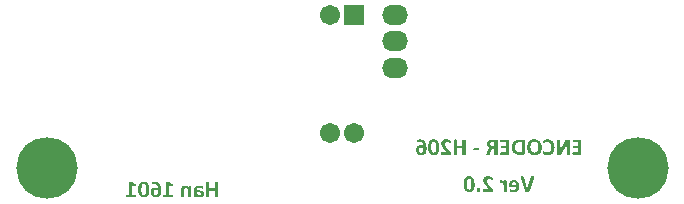
<source format=gbs>
G04 Layer_Color=16711935*
%FSTAX24Y24*%
%MOIN*%
G70*
G01*
G75*
%ADD17C,0.2049*%
%ADD18O,0.0867X0.0671*%
%ADD19C,0.0671*%
%ADD20R,0.0671X0.0671*%
G36*
X031627Y030522D02*
X031636Y030521D01*
X031642D01*
X031649Y03052D01*
X031654Y030519D01*
X031657Y030518D01*
X031658D01*
X031674Y030514D01*
X031681Y030512D01*
X031687Y03051D01*
X031692Y030509D01*
X031696Y030507D01*
X031699Y030506D01*
X0317D01*
X031713Y030502D01*
X031723Y030497D01*
X031727Y030495D01*
X03173Y030493D01*
X031732Y030492D01*
X031733D01*
X03174Y030487D01*
X031746Y030483D01*
X03175Y030481D01*
X031751Y03048D01*
X031754Y030477D01*
X031756Y030475D01*
X031758Y030473D01*
Y030472D01*
X03176Y030467D01*
X03176Y030465D01*
Y030464D01*
X031761Y030457D01*
X031762Y030454D01*
Y030453D01*
Y030449D01*
Y030444D01*
Y03044D01*
Y030438D01*
Y030428D01*
X031761Y030422D01*
Y030417D01*
Y030415D01*
X03176Y030409D01*
Y030404D01*
X03176Y030402D01*
Y030401D01*
X031758Y030397D01*
X031757Y030395D01*
X031756Y030393D01*
X031751Y030391D01*
X031749D01*
X031745Y030392D01*
X03174Y030394D01*
X031736Y030396D01*
X031735Y030397D01*
X031728Y030402D01*
X03172Y030405D01*
X031714Y030408D01*
X031713Y030409D01*
X031712D01*
X031701Y030415D01*
X031691Y030419D01*
X031686Y030421D01*
X031684Y030422D01*
X031682Y030423D01*
X031681D01*
X031666Y030427D01*
X031653Y030428D01*
X031648Y030429D01*
X031639D01*
X031628Y030428D01*
X031618Y030427D01*
X031612Y030425D01*
X031612Y030424D01*
X031611D01*
X031602Y03042D01*
X031596Y030415D01*
X031591Y030412D01*
X03159Y03041D01*
X031585Y030403D01*
X031581Y030397D01*
X031579Y030392D01*
X031578Y030391D01*
Y03039D01*
X031575Y030381D01*
X031574Y030374D01*
X031573Y030367D01*
Y030366D01*
Y030365D01*
X031574Y030354D01*
X031575Y030345D01*
X031576Y030341D01*
Y030338D01*
X031577Y030336D01*
Y030335D01*
X03158Y030324D01*
X031585Y030312D01*
X031587Y030307D01*
X031587Y030304D01*
X031589Y030302D01*
Y030301D01*
X031597Y030286D01*
X031605Y030273D01*
X031609Y030268D01*
X031612Y030263D01*
X031613Y03026D01*
X031614Y030259D01*
X031621Y030251D01*
X031628Y030242D01*
X031636Y030233D01*
X031642Y030226D01*
X031648Y030219D01*
X031653Y030214D01*
X031657Y03021D01*
X031658Y030209D01*
X031746Y030114D01*
X031751Y030108D01*
X031755Y030104D01*
X031758Y0301D01*
X031759Y030099D01*
X031761Y030094D01*
X031764Y030089D01*
X031766Y030085D01*
X031767Y030084D01*
X031769Y030079D01*
X03177Y030074D01*
X031771Y03007D01*
Y030068D01*
X031772Y030061D01*
Y030054D01*
Y030048D01*
Y030047D01*
Y030046D01*
Y030037D01*
X031771Y03003D01*
Y030026D01*
Y030024D01*
X031769Y030018D01*
X031767Y030014D01*
X031766Y030011D01*
X031765Y03001D01*
X031762Y030008D01*
X031759Y030007D01*
X031756Y030005D01*
X031755D01*
X03175Y030004D01*
X031446D01*
X031441Y030005D01*
X031439Y030006D01*
X031438Y030008D01*
X031436Y030009D01*
X031435Y030011D01*
Y030012D01*
X031434Y030017D01*
X031433Y030021D01*
X031432Y030025D01*
Y030026D01*
X031431Y030033D01*
X03143Y030038D01*
Y030043D01*
Y030045D01*
Y030053D01*
X031431Y030059D01*
X031432Y030063D01*
Y030064D01*
X031433Y030069D01*
X031434Y030074D01*
X031435Y030076D01*
X031436Y030077D01*
X031438Y030081D01*
X031439Y030083D01*
X03144Y030084D01*
X031441D01*
X031443Y030086D01*
X031446Y030087D01*
X031649D01*
X031589Y030148D01*
X031573Y030164D01*
X031559Y03018D01*
X031547Y030193D01*
X031537Y030205D01*
X031528Y030213D01*
X031522Y030221D01*
X031518Y030225D01*
X031517Y030227D01*
X031508Y030239D01*
X031499Y030251D01*
X031492Y030261D01*
X031486Y03027D01*
X031482Y030278D01*
X031478Y030283D01*
X031476Y030287D01*
X031475Y030288D01*
X031469Y030299D01*
X031465Y030308D01*
X031462Y030317D01*
X031459Y030325D01*
X031457Y030331D01*
X031456Y030336D01*
X031455Y030339D01*
Y03034D01*
X031452Y030358D01*
X031451Y030366D01*
Y030374D01*
X03145Y030379D01*
Y030385D01*
Y030388D01*
Y030389D01*
Y0304D01*
X031452Y030409D01*
X031453Y030418D01*
X031455Y030426D01*
X031457Y030432D01*
X031459Y030437D01*
X03146Y03044D01*
X031461Y030441D01*
X031464Y03045D01*
X031469Y030458D01*
X031474Y030466D01*
X031479Y030472D01*
X031484Y030477D01*
X031488Y030481D01*
X031489Y030483D01*
X03149Y030484D01*
X031498Y030491D01*
X031506Y030497D01*
X031522Y030505D01*
X031529Y030508D01*
X031535Y03051D01*
X031538Y030512D01*
X031539D01*
X031551Y030516D01*
X031562Y030518D01*
X031574Y03052D01*
X031586Y030522D01*
X031594D01*
X031602Y030523D01*
X031609D01*
X031627Y030522D01*
D02*
G37*
G36*
X032226Y030515D02*
X032231Y030514D01*
X032233D01*
X03224Y030513D01*
X032245Y030512D01*
X032248Y030511D01*
X032249D01*
X032252Y030509D01*
X032255Y030507D01*
X032256Y030506D01*
X032257Y030505D01*
X032259Y030501D01*
Y0305D01*
Y030499D01*
Y030018D01*
X032258Y030013D01*
X032257Y030011D01*
Y03001D01*
X032254Y030009D01*
X032252Y030007D01*
X03225Y030006D01*
X032249D01*
X032244Y030005D01*
X032239Y030004D01*
X032235Y030003D01*
X032233D01*
X032225Y030002D01*
X032197D01*
X032189Y030003D01*
X032182D01*
X032176Y030004D01*
X032171Y030005D01*
X032168Y030006D01*
X032167D01*
X032163Y030008D01*
X03216Y030009D01*
X032158Y03001D01*
X032156Y030013D01*
X032155Y030016D01*
Y030017D01*
Y030018D01*
Y030224D01*
X031965D01*
Y030018D01*
X031964Y030013D01*
X031963Y030011D01*
Y03001D01*
X03196Y030009D01*
X031957Y030007D01*
X031956Y030006D01*
X031955D01*
X03195Y030005D01*
X031945Y030004D01*
X031941Y030003D01*
X031939D01*
X031931Y030002D01*
X031904D01*
X031896Y030003D01*
X031889D01*
X031883Y030004D01*
X031877Y030005D01*
X031874Y030006D01*
X031873D01*
X031869Y030008D01*
X031866Y030009D01*
X031865Y03001D01*
X031864D01*
X031862Y030013D01*
X031861Y030016D01*
Y030017D01*
Y030018D01*
Y030499D01*
Y030502D01*
X031862Y030503D01*
X031863Y030505D01*
X031864D01*
X031867Y030508D01*
X03187Y03051D01*
X031872Y030511D01*
X031873D01*
X031878Y030512D01*
X031883Y030513D01*
X031887Y030514D01*
X031889D01*
X031897Y030515D01*
X031905Y030516D01*
X031924D01*
X031932Y030515D01*
X031937Y030514D01*
X031939D01*
X031946Y030513D01*
X031951Y030512D01*
X031954Y030511D01*
X031955D01*
X031958Y030509D01*
X031961Y030507D01*
X031962Y030506D01*
X031963Y030505D01*
X031965Y030501D01*
Y0305D01*
Y030499D01*
Y030312D01*
X032155D01*
Y030499D01*
Y030502D01*
X032156Y030503D01*
X032157Y030505D01*
X032158D01*
X03216Y030508D01*
X032163Y03051D01*
X032166Y030511D01*
X032167D01*
X032172Y030512D01*
X032177Y030513D01*
X03218Y030514D01*
X032182D01*
X03219Y030515D01*
X032199Y030516D01*
X032218D01*
X032226Y030515D01*
D02*
G37*
G36*
X030757Y030521D02*
X030773Y03052D01*
X030786Y030518D01*
X030798Y030515D01*
X030808Y030512D01*
X030816Y03051D01*
X03082Y030509D01*
X030822Y030508D01*
X030834Y030503D01*
X030845Y030498D01*
X030855Y030492D01*
X030864Y030487D01*
X030871Y030482D01*
X030875Y030478D01*
X030879Y030476D01*
X03088Y030475D01*
X030889Y030466D01*
X030897Y030458D01*
X030903Y03045D01*
X030909Y030442D01*
X030914Y030435D01*
X030917Y030429D01*
X030919Y030426D01*
X03092Y030425D01*
X03093Y030403D01*
X030934Y030393D01*
X030937Y030383D01*
X03094Y030376D01*
X030942Y03037D01*
X030944Y030366D01*
Y030364D01*
X030948Y030341D01*
X03095Y03033D01*
X030951Y030321D01*
X030953Y030312D01*
Y030306D01*
X030954Y030303D01*
Y030301D01*
X030956Y030278D01*
Y030267D01*
X030957Y030257D01*
Y03025D01*
Y030243D01*
Y030239D01*
Y030238D01*
Y030225D01*
Y030212D01*
X030956Y030201D01*
Y030191D01*
Y030182D01*
X030955Y030176D01*
Y030172D01*
Y03017D01*
X030954Y030158D01*
X030952Y030148D01*
X03095Y030137D01*
X030949Y030129D01*
X030947Y030122D01*
X030946Y030116D01*
X030946Y030112D01*
Y030111D01*
X030939Y030092D01*
X030936Y030084D01*
X030932Y030077D01*
X03093Y030071D01*
X030927Y030066D01*
X030926Y030063D01*
X030925Y030062D01*
X030915Y030048D01*
X03091Y030041D01*
X030905Y030036D01*
X0309Y030032D01*
X030897Y030029D01*
X030895Y030027D01*
X030894Y030026D01*
X030878Y030016D01*
X030864Y030009D01*
X030858Y030006D01*
X030852Y030005D01*
X030849Y030003D01*
X030848D01*
X030827Y029998D01*
X030817Y029997D01*
X030807Y029996D01*
X030798Y029995D01*
X030786D01*
X030771Y029996D01*
X030756Y029997D01*
X030743Y029999D01*
X030732Y030002D01*
X030723Y030005D01*
X030716Y030007D01*
X030712Y030008D01*
X03071Y030009D01*
X030698Y030014D01*
X030687Y03002D01*
X030677Y030026D01*
X030669Y030032D01*
X030662Y030037D01*
X030657Y030041D01*
X030654Y030044D01*
X030653Y030045D01*
X030646Y030055D01*
X030638Y030064D01*
X030632Y030074D01*
X030627Y030083D01*
X030624Y03009D01*
X030621Y030096D01*
X03062Y030101D01*
X030619Y030102D01*
X030615Y030114D01*
X030611Y030128D01*
X030609Y030139D01*
X030608Y030151D01*
X030607Y03016D01*
X030606Y030167D01*
Y030172D01*
Y030174D01*
Y030186D01*
X030607Y030198D01*
X030609Y030208D01*
X03061Y030217D01*
X030612Y030225D01*
X030614Y030231D01*
X030615Y030234D01*
Y030235D01*
X030619Y030245D01*
X030623Y030255D01*
X030626Y030262D01*
X030631Y030269D01*
X030635Y030275D01*
X030638Y030279D01*
X03064Y030281D01*
X030641Y030282D01*
X030648Y030289D01*
X030655Y030296D01*
X03067Y030305D01*
X030676Y030308D01*
X030681Y030311D01*
X030685Y030313D01*
X030686D01*
X030697Y030317D01*
X030707Y03032D01*
X030719Y030322D01*
X030728Y030324D01*
X030738D01*
X030745Y030325D01*
X030764D01*
X030774Y030324D01*
X030778Y030323D01*
X030781D01*
X030783Y030322D01*
X030784D01*
X030795Y03032D01*
X030804Y030317D01*
X030808Y030316D01*
X030811D01*
X030812Y030315D01*
X030813D01*
X030822Y030312D01*
X030829Y030309D01*
X030835Y030306D01*
X030836Y030305D01*
X030837D01*
X030845Y030302D01*
X030851Y030299D01*
X030855Y030296D01*
X030857Y030295D01*
X030855Y030316D01*
X030854Y030326D01*
X030853Y030334D01*
X030852Y030342D01*
X030851Y030347D01*
X03085Y030351D01*
Y030352D01*
X030845Y030371D01*
X030841Y030378D01*
X030838Y030385D01*
X030835Y030391D01*
X030832Y030395D01*
X030831Y030398D01*
X03083Y030399D01*
X030819Y030412D01*
X030807Y030422D01*
X030802Y030426D01*
X030798Y030428D01*
X030796Y030429D01*
X030795Y03043D01*
X030786Y030434D01*
X030777Y030438D01*
X030768Y03044D01*
X030759Y030441D01*
X030752Y030442D01*
X030746Y030443D01*
X030727D01*
X030717Y030442D01*
X030713Y030441D01*
X03071D01*
X030708Y03044D01*
X030707D01*
X030698Y030438D01*
X030689Y030436D01*
X030684Y030435D01*
X030682Y030434D01*
X030675Y030432D01*
X03067Y03043D01*
X030666Y030429D01*
X030665Y030428D01*
X03066Y030428D01*
X030655Y030427D01*
X030652D01*
X030648Y030428D01*
X030646Y030428D01*
X030643Y030432D01*
X030642Y030433D01*
Y030434D01*
X030641Y030438D01*
X03064Y030442D01*
X030639Y030446D01*
Y030447D01*
X030638Y030453D01*
Y03046D01*
Y030466D01*
Y030467D01*
Y030468D01*
Y030473D01*
Y030477D01*
X030639Y030479D01*
Y03048D01*
Y030484D01*
Y030487D01*
X03064Y030489D01*
Y03049D01*
X030642Y030495D01*
X030643Y030497D01*
X030646Y030501D01*
X030647Y030502D01*
X030648D01*
X030651Y030504D01*
X030655Y030506D01*
X030658Y030508D01*
X03066D01*
X030667Y030511D01*
X030675Y030513D01*
X03068Y030515D01*
X030682D01*
X030692Y030517D01*
X0307Y030519D01*
X030704D01*
X030707Y03052D01*
X03071D01*
X030721Y030521D01*
X03073Y030522D01*
X03074D01*
X030757Y030521D01*
D02*
G37*
G36*
X03271Y030239D02*
X032714Y030236D01*
X032717Y030233D01*
X032718Y030231D01*
X032719Y030228D01*
X03272Y030223D01*
X03272Y030213D01*
X032721Y030208D01*
Y030205D01*
Y030202D01*
Y030201D01*
Y030193D01*
X03272Y030186D01*
Y030181D01*
X03272Y030177D01*
X032719Y030173D01*
Y030171D01*
X032718Y03017D01*
Y030169D01*
X032714Y030164D01*
X032709Y030161D01*
X032705Y03016D01*
X032539D01*
X032533Y030161D01*
X032529Y030165D01*
X032526Y030168D01*
X032525Y030169D01*
X032524Y030173D01*
X032523Y030178D01*
X032522Y030188D01*
X032521Y030193D01*
Y030197D01*
Y0302D01*
Y030201D01*
Y030208D01*
X032522Y030214D01*
X032523Y030218D01*
Y030219D01*
X032524Y030225D01*
X032524Y030229D01*
X032525Y030231D01*
Y030231D01*
X032527Y030234D01*
X032529Y030236D01*
X03253Y030238D01*
X032531D01*
X032533Y03024D01*
X032536Y030241D01*
X032703D01*
X03271Y030239D01*
D02*
G37*
G36*
X035007Y030521D02*
X035024Y030519D01*
X03504Y030516D01*
X035055Y030513D01*
X035067Y030509D01*
X035076Y030506D01*
X035082Y030504D01*
X035083Y030503D01*
X035084D01*
X035099Y030497D01*
X035113Y030488D01*
X035126Y030479D01*
X035136Y030471D01*
X035145Y030463D01*
X035152Y030457D01*
X035157Y030453D01*
X035158Y030452D01*
X035168Y030438D01*
X035178Y030424D01*
X035186Y030409D01*
X035193Y030396D01*
X035199Y030384D01*
X035203Y030375D01*
X035204Y030371D01*
X035205Y030368D01*
X035206Y030367D01*
Y030366D01*
X035211Y030347D01*
X035215Y030328D01*
X035219Y030308D01*
X035221Y03029D01*
X035222Y030275D01*
Y030268D01*
X035223Y030262D01*
Y030258D01*
Y030255D01*
Y030253D01*
Y030252D01*
X035222Y030229D01*
X03522Y030206D01*
X035218Y030188D01*
X035215Y030171D01*
X035212Y030157D01*
X035209Y030148D01*
X035209Y030144D01*
Y030141D01*
X035208Y03014D01*
Y030139D01*
X035201Y030122D01*
X035194Y030107D01*
X035186Y030092D01*
X035179Y030081D01*
X035173Y030071D01*
X035167Y030064D01*
X035163Y03006D01*
X035162Y030058D01*
X035151Y030047D01*
X035138Y030037D01*
X035127Y03003D01*
X035115Y030023D01*
X035106Y030017D01*
X035098Y030013D01*
X035093Y030011D01*
X035091Y03001D01*
X035075Y030006D01*
X035059Y030002D01*
X035042Y029999D01*
X035028Y029997D01*
X035015Y029996D01*
X035005Y029995D01*
X034996D01*
X034977Y029996D01*
X034968Y029997D01*
X034961Y029998D01*
X034955D01*
X03495Y029999D01*
X034947Y03D01*
X034946D01*
X03493Y030003D01*
X034923Y030005D01*
X034917Y030007D01*
X034913Y030008D01*
X034909Y030009D01*
X034907Y030009D01*
X034906D01*
X034893Y030014D01*
X034884Y030019D01*
X03488Y03002D01*
X034877Y030022D01*
X034876Y030023D01*
X034875D01*
X034867Y030028D01*
X034863Y030032D01*
X03486Y030034D01*
X034859Y030034D01*
X034856Y030037D01*
X034854Y03004D01*
X034852Y030041D01*
Y030042D01*
X03485Y030048D01*
X034849Y03005D01*
Y030051D01*
X034848Y030058D01*
X034847Y030061D01*
Y030062D01*
X034846Y030068D01*
Y030074D01*
Y030078D01*
Y03008D01*
Y030089D01*
Y030096D01*
X034847Y030101D01*
Y030102D01*
X034848Y030108D01*
X034849Y030111D01*
X03485Y030114D01*
Y030115D01*
X034851Y030118D01*
X034852Y03012D01*
X034853Y030122D01*
X034854D01*
X034858Y030124D01*
X03486D01*
X034864Y030123D01*
X034869Y030121D01*
X034873Y030118D01*
X034875Y030117D01*
X034883Y030112D01*
X034889Y030108D01*
X034895Y030104D01*
X034897Y030103D01*
X034898D01*
X03491Y030097D01*
X034921Y030093D01*
X034926Y030091D01*
X034929Y030089D01*
X034932Y030088D01*
X034933D01*
X034949Y030085D01*
X034964Y030083D01*
X034971Y030083D01*
X034981D01*
X035002Y030084D01*
X035012Y030085D01*
X035019Y030087D01*
X035026Y030089D01*
X035031Y03009D01*
X035035Y030092D01*
X035036D01*
X035044Y030097D01*
X035052Y030102D01*
X03506Y030107D01*
X035065Y030112D01*
X03507Y030116D01*
X035074Y03012D01*
X035076Y030123D01*
X035077Y030124D01*
X035083Y030132D01*
X035087Y030142D01*
X035092Y030151D01*
X035096Y030159D01*
X035099Y030167D01*
X035101Y030173D01*
X035103Y030178D01*
Y030179D01*
X035106Y030191D01*
X035108Y030205D01*
X03511Y030218D01*
X035111Y03023D01*
Y03024D01*
X035111Y030249D01*
Y030255D01*
Y030255D01*
Y030256D01*
Y030272D01*
X035111Y030285D01*
X035109Y030298D01*
X035107Y030309D01*
X035106Y030318D01*
X035104Y030325D01*
X035103Y030329D01*
Y03033D01*
X035099Y030342D01*
X035095Y030353D01*
X035091Y030362D01*
X035087Y030371D01*
X035084Y030378D01*
X035081Y030382D01*
X035079Y030385D01*
X035078Y030386D01*
X035071Y030395D01*
X035064Y030402D01*
X035058Y030407D01*
X035052Y030413D01*
X035046Y030417D01*
X035041Y03042D01*
X035038Y030421D01*
X035037Y030422D01*
X035028Y030426D01*
X035019Y030429D01*
X03501Y030431D01*
X035002Y030432D01*
X034994Y030433D01*
X034988Y030434D01*
X034974D01*
X034964Y030433D01*
X034957Y030432D01*
X03495Y03043D01*
X034944Y030429D01*
X03494Y030428D01*
X034938Y030427D01*
X034937D01*
X034922Y030422D01*
X034912Y030416D01*
X034908Y030414D01*
X034905Y030413D01*
X034903Y030411D01*
X034902D01*
X034892Y030405D01*
X034885Y030402D01*
X034881Y030398D01*
X034879Y030397D01*
X034872Y030393D01*
X034867Y030391D01*
X034864Y03039D01*
X034864D01*
X034859Y030391D01*
X034857Y030392D01*
X034855Y030394D01*
X034853Y030396D01*
X034852Y030398D01*
Y030399D01*
X034851Y030403D01*
X03485Y030407D01*
X034849Y030411D01*
Y030412D01*
X034848Y030419D01*
Y030426D01*
Y030431D01*
Y030432D01*
Y030433D01*
Y030441D01*
Y030447D01*
X034849Y030451D01*
Y030452D01*
X03485Y030456D01*
Y030461D01*
X034851Y030463D01*
Y030464D01*
X034852Y030468D01*
X034853Y030471D01*
X034854Y030473D01*
Y030474D01*
X034856Y030477D01*
X034859Y030479D01*
X034861Y030481D01*
X034862Y030482D01*
X034866Y030487D01*
X034872Y030491D01*
X034878Y030494D01*
X034879Y030495D01*
X03488D01*
X03489Y030501D01*
X0349Y030504D01*
X034905Y030506D01*
X034908Y030507D01*
X03491Y030508D01*
X034911D01*
X034923Y030512D01*
X034935Y030515D01*
X034939Y030516D01*
X034943Y030517D01*
X034946Y030518D01*
X034947D01*
X034962Y03052D01*
X034974Y030522D01*
X034987D01*
X035007Y030521D01*
D02*
G37*
G36*
X036101Y030512D02*
X036108Y030509D01*
X036112Y030506D01*
X036114Y030505D01*
X036119Y030499D01*
X036121Y03049D01*
Y030486D01*
X036122Y030483D01*
Y030481D01*
Y03048D01*
Y030036D01*
Y03003D01*
X036121Y030025D01*
X036118Y030016D01*
X036115Y030012D01*
X036114Y03001D01*
X036107Y030007D01*
X0361Y030005D01*
X036095Y030004D01*
X035836D01*
X035832Y030005D01*
X03583Y030006D01*
X035828Y030008D01*
X035826Y030009D01*
X035825Y030011D01*
Y030012D01*
X035825Y030016D01*
X035824Y03002D01*
X035823Y030024D01*
Y030025D01*
X035822Y030032D01*
X035821Y030037D01*
Y030042D01*
Y030044D01*
Y030052D01*
X035822Y030058D01*
X035823Y030061D01*
Y030062D01*
X035824Y030067D01*
X035825Y030072D01*
X035825Y030074D01*
Y030075D01*
X035827Y030078D01*
X035828Y03008D01*
X035829Y030082D01*
X03583D01*
X035832Y030083D01*
X035834Y030084D01*
X03602D01*
Y030229D01*
X035866D01*
X035862Y03023D01*
X03586Y030231D01*
X035856Y030234D01*
X035855Y030235D01*
Y030236D01*
X035853Y030244D01*
X035852Y030247D01*
Y030248D01*
X035851Y030255D01*
X03585Y03026D01*
Y030265D01*
Y030267D01*
Y030275D01*
X035851Y030281D01*
X035852Y030285D01*
Y030286D01*
X035853Y030291D01*
X035854Y030295D01*
X035855Y030297D01*
Y030298D01*
X035857Y030301D01*
X035858Y030303D01*
X035859Y030305D01*
X03586D01*
X035862Y030306D01*
X035864Y030307D01*
X03602D01*
Y030432D01*
X035838D01*
X035833Y030433D01*
X035832Y030434D01*
X03583Y030436D01*
X035828Y030438D01*
X035827Y03044D01*
Y030441D01*
X035826Y030445D01*
X035825Y030449D01*
X035825Y030452D01*
Y030453D01*
X035824Y030459D01*
X035823Y030466D01*
Y03047D01*
Y030472D01*
Y030479D01*
X035824Y030486D01*
X035825Y03049D01*
Y030491D01*
X035825Y030496D01*
X035826Y030501D01*
X035827Y030502D01*
Y030503D01*
X035829Y030506D01*
X03583Y030508D01*
X035831Y03051D01*
X035832D01*
X035834Y030512D01*
X035836Y030513D01*
X036093D01*
X036101Y030512D01*
D02*
G37*
G36*
X034205D02*
X034212Y030509D01*
X034216Y030506D01*
X034218Y030505D01*
X034223Y030499D01*
X034225Y03049D01*
Y030486D01*
X034226Y030483D01*
Y030481D01*
Y03048D01*
Y030036D01*
Y03003D01*
X034225Y030025D01*
X034222Y030016D01*
X034219Y030012D01*
X034218Y03001D01*
X034211Y030007D01*
X034204Y030005D01*
X034199Y030004D01*
X034075D01*
X034051Y030005D01*
X034028Y030006D01*
X034008Y030009D01*
X033991Y030011D01*
X033977Y030013D01*
X033972Y030015D01*
X033967Y030016D01*
X033963Y030017D01*
X03396D01*
X033959Y030018D01*
X033958D01*
X033941Y030024D01*
X033925Y030032D01*
X03391Y030039D01*
X033899Y030047D01*
X033889Y030054D01*
X033881Y030059D01*
X033878Y030063D01*
X033876Y030064D01*
X033863Y030077D01*
X033853Y03009D01*
X033844Y030104D01*
X033836Y030116D01*
X03383Y030128D01*
X033826Y030137D01*
X033824Y030143D01*
X033823Y030144D01*
Y030145D01*
X033816Y030164D01*
X033811Y030185D01*
X033808Y030205D01*
X033805Y030224D01*
X033805Y03024D01*
Y030248D01*
X033804Y030254D01*
Y030258D01*
Y030262D01*
Y030264D01*
Y030265D01*
X033805Y030287D01*
X033806Y030307D01*
X033809Y030326D01*
X033812Y030341D01*
X033815Y030354D01*
X033818Y030364D01*
X033819Y030367D01*
X03382Y03037D01*
X033821Y030371D01*
Y030372D01*
X033828Y030388D01*
X033836Y030403D01*
X033844Y030416D01*
X033853Y030428D01*
X033859Y030436D01*
X033865Y030443D01*
X033869Y030448D01*
X033871Y030449D01*
X033883Y03046D01*
X033897Y03047D01*
X03391Y030477D01*
X033923Y030484D01*
X033933Y03049D01*
X033943Y030494D01*
X033949Y030496D01*
X03395Y030497D01*
X033951D01*
X033969Y030502D01*
X033988Y030506D01*
X034007Y030509D01*
X034026Y030511D01*
X034042Y030512D01*
X034049Y030513D01*
X034197D01*
X034205Y030512D01*
D02*
G37*
G36*
X033697D02*
X033704Y030509D01*
X033707Y030506D01*
X033709Y030505D01*
X033714Y030499D01*
X033717Y03049D01*
Y030486D01*
X033718Y030483D01*
Y030481D01*
Y03048D01*
Y030036D01*
Y03003D01*
X033717Y030025D01*
X033713Y030016D01*
X03371Y030012D01*
X033709Y03001D01*
X033703Y030007D01*
X033696Y030005D01*
X03369Y030004D01*
X033432D01*
X033428Y030005D01*
X033426Y030006D01*
X033424Y030008D01*
X033422Y030009D01*
X033421Y030011D01*
Y030012D01*
X03342Y030016D01*
X033419Y03002D01*
X033418Y030024D01*
Y030025D01*
X033417Y030032D01*
X033416Y030037D01*
Y030042D01*
Y030044D01*
Y030052D01*
X033417Y030058D01*
X033418Y030061D01*
Y030062D01*
X033419Y030067D01*
X03342Y030072D01*
X033421Y030074D01*
Y030075D01*
X033423Y030078D01*
X033424Y03008D01*
X033425Y030082D01*
X033426D01*
X033428Y030083D01*
X03343Y030084D01*
X033615D01*
Y030229D01*
X033461D01*
X033458Y03023D01*
X033456Y030231D01*
X033452Y030234D01*
X033451Y030235D01*
Y030236D01*
X033449Y030244D01*
X033448Y030247D01*
Y030248D01*
X033447Y030255D01*
X033446Y03026D01*
Y030265D01*
Y030267D01*
Y030275D01*
X033447Y030281D01*
X033448Y030285D01*
Y030286D01*
X033449Y030291D01*
X03345Y030295D01*
X033451Y030297D01*
Y030298D01*
X033453Y030301D01*
X033454Y030303D01*
X033455Y030305D01*
X033456D01*
X033458Y030306D01*
X03346Y030307D01*
X033615D01*
Y030432D01*
X033434D01*
X033429Y030433D01*
X033428Y030434D01*
X033426Y030436D01*
X033424Y030438D01*
X033423Y03044D01*
Y030441D01*
X033422Y030445D01*
X033421Y030449D01*
X03342Y030452D01*
Y030453D01*
X033419Y030459D01*
X033418Y030466D01*
Y03047D01*
Y030472D01*
Y030479D01*
X033419Y030486D01*
X03342Y03049D01*
Y030491D01*
X033421Y030496D01*
X033422Y030501D01*
X033423Y030502D01*
Y030503D01*
X033425Y030506D01*
X033426Y030508D01*
X033427Y03051D01*
X033428D01*
X03343Y030512D01*
X033432Y030513D01*
X033688D01*
X033697Y030512D01*
D02*
G37*
G36*
X035372Y030514D02*
X035377Y030513D01*
X035379D01*
X035384Y030512D01*
X035389Y030511D01*
X035392Y03051D01*
X035393D01*
X035397Y030508D01*
X035399Y030506D01*
X035401Y030505D01*
Y030504D01*
X035403Y0305D01*
Y030499D01*
Y030498D01*
Y030258D01*
Y030238D01*
Y030229D01*
Y03022D01*
Y030212D01*
Y030206D01*
Y030202D01*
Y030201D01*
X035402Y03018D01*
Y03017D01*
Y030161D01*
X035401Y030155D01*
Y030149D01*
Y030145D01*
Y030144D01*
X035406Y030156D01*
X035411Y030165D01*
X035413Y030169D01*
X035415Y030172D01*
X035416Y030174D01*
Y030175D01*
X035421Y030187D01*
X035427Y030197D01*
X035429Y030202D01*
X03543Y030205D01*
X035431Y030206D01*
Y030207D01*
X035437Y03022D01*
X035442Y03023D01*
X035445Y030234D01*
X035446Y030237D01*
X035448Y030239D01*
Y03024D01*
X035454Y030253D01*
X035458Y030262D01*
X035461Y030267D01*
X035462Y03027D01*
X035464Y030272D01*
Y030273D01*
X035563Y030459D01*
X035569Y03047D01*
X035574Y030478D01*
X035578Y030483D01*
X035579Y030485D01*
X035583Y030492D01*
X035589Y030498D01*
X035592Y030501D01*
X035594Y030502D01*
X0356Y030505D01*
X035605Y030508D01*
X03561Y030509D01*
X035611Y03051D01*
X035612D01*
X03562Y030512D01*
X035628Y030513D01*
X035692D01*
X035703Y030511D01*
X035711Y030508D01*
X035717Y030505D01*
X035718Y030503D01*
X035719D01*
X035723Y0305D01*
X035725Y030495D01*
X035728Y030486D01*
Y030482D01*
X035729Y030478D01*
Y030477D01*
Y030476D01*
Y030018D01*
X035728Y030013D01*
X035727Y030011D01*
Y03001D01*
X035726Y030009D01*
X035724Y030007D01*
X035722Y030006D01*
X035721D01*
X035717Y030005D01*
X035712Y030004D01*
X035708Y030003D01*
X035707D01*
X0357Y030002D01*
X035675D01*
X035667Y030003D01*
X035661D01*
X035654Y030004D01*
X035651Y030005D01*
X035648Y030006D01*
X035647D01*
X035643Y030008D01*
X035641Y030009D01*
X035639Y03001D01*
X035637Y030013D01*
X035636Y030016D01*
Y030017D01*
Y030018D01*
Y030284D01*
Y030305D01*
Y030316D01*
Y030325D01*
X035637Y030331D01*
Y030337D01*
Y030341D01*
Y030342D01*
X035638Y030363D01*
Y030373D01*
Y030381D01*
X035639Y030389D01*
Y030395D01*
Y030399D01*
Y0304D01*
X035638D01*
X035631Y030382D01*
X035628Y030374D01*
X035625Y030366D01*
X035622Y03036D01*
X03562Y030354D01*
X035619Y030352D01*
X035618Y030351D01*
X035609Y030333D01*
X035605Y030326D01*
X035603Y030319D01*
X0356Y030313D01*
X035598Y030309D01*
X035596Y030306D01*
Y030305D01*
X035469Y030067D01*
X035462Y030054D01*
X035456Y030044D01*
X035455Y03004D01*
X035453Y030037D01*
X035452Y030036D01*
Y030035D01*
X035446Y030027D01*
X03544Y030021D01*
X035436Y030016D01*
X035435Y030015D01*
X035429Y03001D01*
X035423Y030008D01*
X035419Y030006D01*
X035417Y030005D01*
X035408Y030004D01*
X035401Y030003D01*
X035343D01*
X035338Y030004D01*
X035335Y030005D01*
X035334D01*
X03533Y030007D01*
X035325Y030009D01*
X035323Y03001D01*
X035322Y030011D01*
X035318Y030015D01*
X035315Y030019D01*
X035314Y030022D01*
X035313Y030023D01*
X035311Y030029D01*
X035309Y030034D01*
Y030038D01*
Y030039D01*
Y030498D01*
Y030501D01*
X03531Y030502D01*
X035311Y030504D01*
X035312D01*
X035314Y030507D01*
X035316Y030509D01*
X035318Y03051D01*
X035319D01*
X035323Y030511D01*
X035328Y030512D01*
X035332Y030513D01*
X035333D01*
X03534Y030514D01*
X035348Y030515D01*
X035365D01*
X035372Y030514D01*
D02*
G37*
G36*
X033304Y030512D02*
X033311Y030509D01*
X033314Y030506D01*
X033316Y030505D01*
X033321Y030499D01*
X033324Y03049D01*
Y030486D01*
X033325Y030483D01*
Y030481D01*
Y03048D01*
Y030018D01*
X033324Y030013D01*
X033323Y030011D01*
Y03001D01*
X033321Y030009D01*
X033318Y030007D01*
X033316Y030006D01*
X033315D01*
X03331Y030005D01*
X033305Y030004D01*
X033301Y030003D01*
X033299D01*
X03329Y030002D01*
X033263D01*
X033256Y030003D01*
X033249D01*
X033242Y030004D01*
X033237Y030005D01*
X033234Y030006D01*
X033233D01*
X033229Y030008D01*
X033226Y030009D01*
X033225Y03001D01*
X033224D01*
X033222Y030013D01*
X033221Y030016D01*
Y030017D01*
Y030018D01*
Y030212D01*
X033189D01*
X033178Y030211D01*
X033169Y030209D01*
X033165Y030208D01*
X033163Y030207D01*
X033162Y030206D01*
X033161D01*
X033152Y030202D01*
X033145Y030197D01*
X03314Y030193D01*
X033139Y030192D01*
Y030191D01*
X033132Y030183D01*
X033126Y030175D01*
X033122Y030169D01*
X033121Y030167D01*
Y030166D01*
X033115Y030155D01*
X03311Y030144D01*
X033108Y030139D01*
X033106Y030135D01*
X033105Y030133D01*
Y030132D01*
X033059Y030019D01*
X033057Y030013D01*
X033056Y030011D01*
Y03001D01*
X033053Y030009D01*
X03305Y030007D01*
X033048Y030006D01*
X033047D01*
X033042Y030005D01*
X033038Y030004D01*
X033034Y030003D01*
X033032D01*
X033023Y030002D01*
X032992D01*
X032982Y030003D01*
X032974D01*
X032967Y030004D01*
X032961D01*
X032958Y030005D01*
X032957D01*
X032953Y030007D01*
X032951Y030008D01*
X032949Y030009D01*
X032947Y030014D01*
Y030016D01*
Y030017D01*
Y03002D01*
X032948Y030024D01*
X032949Y030027D01*
X03295Y030028D01*
X032952Y030034D01*
X032955Y030041D01*
X032957Y030047D01*
X032958Y030049D01*
Y03005D01*
X033Y03015D01*
X033006Y030162D01*
X033011Y030173D01*
X033013Y030177D01*
X033015Y03018D01*
X033016Y030181D01*
Y030182D01*
X033021Y030192D01*
X033027Y030201D01*
X033031Y030206D01*
X033033Y030207D01*
X03304Y030215D01*
X033045Y030222D01*
X033049Y030226D01*
X033051Y030227D01*
X033059Y030232D01*
X033066Y030237D01*
X03307Y03024D01*
X033071Y030241D01*
X033072D01*
X033056Y030247D01*
X033049Y03025D01*
X033042Y030254D01*
X033038Y030256D01*
X033034Y030258D01*
X033032Y030259D01*
X033031Y03026D01*
X033017Y03027D01*
X033008Y03028D01*
X033004Y030283D01*
X033001Y030286D01*
X033Y030288D01*
X032999Y030289D01*
X032991Y030302D01*
X032985Y030314D01*
X032983Y030319D01*
X032981Y030323D01*
X03298Y030326D01*
Y030327D01*
X032976Y030343D01*
X032975Y030351D01*
X032974Y030357D01*
X032973Y030364D01*
Y030369D01*
Y030372D01*
Y030373D01*
Y030384D01*
X032975Y030394D01*
X032976Y030403D01*
X032978Y030411D01*
X03298Y030418D01*
X032981Y030423D01*
X032983Y030426D01*
Y030427D01*
X032991Y030443D01*
X032994Y03045D01*
X032999Y030455D01*
X033003Y03046D01*
X033006Y030464D01*
X033008Y030466D01*
X033009Y030467D01*
X033022Y030478D01*
X033037Y030487D01*
X033042Y030491D01*
X033047Y030493D01*
X03305Y030495D01*
X033051D01*
X033069Y030502D01*
X033079Y030504D01*
X033088Y030506D01*
X033095Y030508D01*
X033101Y030509D01*
X033105Y03051D01*
X033106D01*
X033115Y030511D01*
X033122D01*
X033128Y030512D01*
X03313D01*
X03314Y030513D01*
X033295D01*
X033304Y030512D01*
D02*
G37*
G36*
X034571Y030522D02*
X034592Y03052D01*
X03461Y030517D01*
X034625Y030513D01*
X034638Y030509D01*
X034647Y030506D01*
X034651Y030505D01*
X034654Y030504D01*
X034655Y030503D01*
X034656D01*
X034672Y030496D01*
X034688Y030487D01*
X034701Y030478D01*
X034712Y03047D01*
X034721Y030462D01*
X034728Y030456D01*
X034732Y030452D01*
X034734Y030451D01*
X034744Y030437D01*
X034754Y030423D01*
X034762Y030408D01*
X034768Y030396D01*
X034773Y030383D01*
X034777Y030375D01*
X034778Y030371D01*
X034779Y030368D01*
X03478Y030367D01*
Y030366D01*
X034785Y030347D01*
X034789Y030329D01*
X034791Y030309D01*
X034793Y030292D01*
X034794Y030278D01*
Y030271D01*
X034795Y030266D01*
Y030261D01*
Y030258D01*
Y030256D01*
Y030255D01*
X034794Y030231D01*
X034793Y030208D01*
X03479Y030189D01*
X034788Y030172D01*
X034786Y030157D01*
X034784Y030152D01*
X034783Y030147D01*
X034782Y030143D01*
Y03014D01*
X034781Y030139D01*
Y030138D01*
X034775Y030121D01*
X034767Y030105D01*
X034761Y030091D01*
X034753Y03008D01*
X034747Y03007D01*
X034741Y030063D01*
X034738Y030059D01*
X034737Y030058D01*
X034725Y030046D01*
X034713Y030036D01*
X0347Y030029D01*
X034689Y030022D01*
X034678Y030017D01*
X03467Y030013D01*
X034665Y030011D01*
X034663Y03001D01*
X034645Y030006D01*
X034628Y030002D01*
X034611Y029999D01*
X034594Y029997D01*
X03458Y029996D01*
X034569Y029995D01*
X034559D01*
X034537Y029996D01*
X034518Y029998D01*
X034499Y030001D01*
X034484Y030005D01*
X03447Y030008D01*
X034461Y03001D01*
X034458Y030011D01*
X034455Y030012D01*
X034454Y030013D01*
X034453D01*
X034437Y030021D01*
X034421Y03003D01*
X034409Y030038D01*
X034397Y030047D01*
X034389Y030055D01*
X034382Y03006D01*
X034377Y030064D01*
X034376Y030066D01*
X034365Y03008D01*
X034355Y030094D01*
X034347Y030108D01*
X034341Y030122D01*
X034336Y030133D01*
X034332Y030142D01*
X034331Y030146D01*
X03433Y030149D01*
X034329Y03015D01*
Y030151D01*
X034323Y03017D01*
X03432Y030189D01*
X034317Y030208D01*
X034315Y030227D01*
X034314Y030241D01*
X034313Y030248D01*
Y030254D01*
Y030258D01*
Y030261D01*
Y030263D01*
Y030264D01*
X034314Y030288D01*
X034315Y03031D01*
X034318Y030329D01*
X034321Y030346D01*
X034323Y03036D01*
X034325Y03037D01*
X034326Y030374D01*
X034327Y030377D01*
X034328Y030378D01*
Y030378D01*
X034335Y030396D01*
X034342Y030412D01*
X034349Y030426D01*
X034356Y030437D01*
X034363Y030447D01*
X034369Y030453D01*
X034372Y030458D01*
X034373Y030459D01*
X034385Y030471D01*
X034397Y03048D01*
X03441Y030489D01*
X034421Y030496D01*
X034432Y030501D01*
X03444Y030504D01*
X034446Y030506D01*
X034446Y030507D01*
X034447D01*
X034465Y030512D01*
X034482Y030516D01*
X034499Y030519D01*
X034515Y030521D01*
X034529Y030522D01*
X03454Y030523D01*
X034549D01*
X034571Y030522D01*
D02*
G37*
G36*
X031208D02*
X031224Y03052D01*
X03124Y030517D01*
X031252Y030513D01*
X031262Y030509D01*
X031269Y030506D01*
X031274Y030504D01*
X031276Y030503D01*
X031289Y030496D01*
X0313Y030487D01*
X031311Y030478D01*
X031318Y03047D01*
X031325Y030462D01*
X031331Y030456D01*
X031334Y030452D01*
X031335Y030451D01*
X031342Y030437D01*
X031349Y030423D01*
X031355Y030408D01*
X031359Y030396D01*
X031363Y030383D01*
X031365Y030375D01*
X031365Y030371D01*
Y030368D01*
X031366Y030367D01*
Y030366D01*
X031369Y030347D01*
X031372Y030329D01*
X031374Y03031D01*
X031375Y030293D01*
Y030279D01*
X031376Y030272D01*
Y030267D01*
Y030262D01*
Y030259D01*
Y030257D01*
Y030256D01*
Y030234D01*
X031375Y030213D01*
X031373Y030195D01*
X031372Y030179D01*
X03137Y030165D01*
X031369Y030155D01*
Y030151D01*
X031368Y030148D01*
Y030147D01*
Y030146D01*
X031365Y030129D01*
X031361Y030113D01*
X031356Y030099D01*
X031351Y030087D01*
X031347Y030078D01*
X031343Y03007D01*
X031341Y030066D01*
X03134Y030064D01*
X031333Y030053D01*
X031323Y030042D01*
X031315Y030034D01*
X031306Y030026D01*
X031298Y03002D01*
X031292Y030016D01*
X031289Y030013D01*
X031287Y030012D01*
X031273Y030007D01*
X031259Y030003D01*
X031243Y029999D01*
X03123Y029997D01*
X031218Y029996D01*
X031208Y029995D01*
X031199D01*
X031181Y029996D01*
X031164Y029998D01*
X031148Y030001D01*
X031136Y030005D01*
X031126Y030008D01*
X031119Y03001D01*
X031114Y030012D01*
X031112Y030013D01*
X031099Y030021D01*
X031088Y03003D01*
X031078Y030038D01*
X03107Y030047D01*
X031063Y030055D01*
X031058Y03006D01*
X031055Y030064D01*
X031054Y030066D01*
X031046Y03008D01*
X03104Y030094D01*
X031034Y030108D01*
X03103Y030121D01*
X031026Y030132D01*
X031024Y030142D01*
X031023Y030145D01*
X031022Y030148D01*
Y030149D01*
Y03015D01*
X031019Y030169D01*
X031017Y030188D01*
X031015Y030206D01*
X031013Y030224D01*
Y030238D01*
X031012Y030245D01*
Y03025D01*
Y030255D01*
Y030257D01*
Y030259D01*
Y03026D01*
Y030282D01*
X031013Y030304D01*
X031015Y030322D01*
X031016Y030338D01*
X031018Y030352D01*
X03102Y030361D01*
Y030365D01*
X03102Y030368D01*
Y030369D01*
Y03037D01*
X031024Y030387D01*
X031028Y030403D01*
X031033Y030418D01*
X031037Y030429D01*
X031042Y030439D01*
X031045Y030447D01*
X031047Y030451D01*
X031048Y030452D01*
X031056Y030464D01*
X031066Y030475D01*
X031074Y030483D01*
X031083Y030491D01*
X031091Y030497D01*
X031097Y030502D01*
X031101Y030503D01*
X031103Y030504D01*
X031117Y03051D01*
X031131Y030515D01*
X031145Y030518D01*
X031159Y030521D01*
X031171Y030522D01*
X031181Y030523D01*
X03119D01*
X031208Y030522D01*
D02*
G37*
G36*
X033025Y029291D02*
X033034Y02929D01*
X033041D01*
X033048Y029289D01*
X033052Y029288D01*
X033055Y029287D01*
X033056D01*
X033073Y029284D01*
X033079Y029282D01*
X033086Y02928D01*
X033091Y029279D01*
X033095Y029277D01*
X033097Y029276D01*
X033098D01*
X033112Y029271D01*
X033122Y029266D01*
X033125Y029264D01*
X033128Y029262D01*
X03313Y029261D01*
X033131D01*
X033139Y029257D01*
X033145Y029253D01*
X033148Y029251D01*
X033149Y02925D01*
X033152Y029247D01*
X033154Y029244D01*
X033156Y029242D01*
Y029241D01*
X033158Y029236D01*
X033159Y029234D01*
Y029234D01*
X03316Y029227D01*
X033161Y029224D01*
Y029223D01*
Y029218D01*
Y029213D01*
Y02921D01*
Y029208D01*
Y029198D01*
X03316Y029191D01*
Y029186D01*
Y029185D01*
X033159Y029179D01*
Y029174D01*
X033158Y029171D01*
Y02917D01*
X033156Y029166D01*
X033155Y029164D01*
X033154Y029162D01*
X033149Y02916D01*
X033147D01*
X033144Y029161D01*
X033139Y029163D01*
X033135Y029165D01*
X033134Y029166D01*
X033126Y029171D01*
X033119Y029175D01*
X033113Y029178D01*
X033112Y029179D01*
X033111D01*
X033099Y029185D01*
X03309Y029188D01*
X033085Y02919D01*
X033082Y029191D01*
X03308Y029192D01*
X033079D01*
X033065Y029196D01*
X033051Y029198D01*
X033047Y029199D01*
X033038D01*
X033026Y029198D01*
X033017Y029196D01*
X033011Y029194D01*
X03301Y029193D01*
X033009D01*
X033Y029189D01*
X032995Y029185D01*
X03299Y029182D01*
X032989Y02918D01*
X032983Y029173D01*
X032979Y029166D01*
X032977Y029161D01*
X032976Y02916D01*
Y02916D01*
X032974Y029151D01*
X032973Y029143D01*
X032972Y029136D01*
Y029136D01*
Y029135D01*
X032973Y029124D01*
X032974Y029114D01*
X032974Y029111D01*
Y029108D01*
X032975Y029106D01*
Y029105D01*
X032978Y029093D01*
X032983Y029082D01*
X032985Y029077D01*
X032986Y029073D01*
X032988Y029071D01*
Y02907D01*
X032996Y029056D01*
X033003Y029042D01*
X033007Y029037D01*
X03301Y029033D01*
X033012Y02903D01*
X033013Y029029D01*
X03302Y02902D01*
X033026Y029012D01*
X033034Y029003D01*
X033041Y028995D01*
X033047Y028988D01*
X033051Y028984D01*
X033055Y02898D01*
X033056Y028979D01*
X033145Y028884D01*
X033149Y028878D01*
X033153Y028873D01*
X033156Y028869D01*
X033157Y028868D01*
X03316Y028864D01*
X033163Y028859D01*
X033165Y028855D01*
X033166Y028854D01*
X033168Y028848D01*
X033169Y028843D01*
X03317Y02884D01*
Y028838D01*
X033171Y028831D01*
Y028823D01*
Y028817D01*
Y028816D01*
Y028816D01*
Y028807D01*
X03317Y028799D01*
Y028795D01*
Y028793D01*
X033168Y028788D01*
X033166Y028784D01*
X033165Y028781D01*
X033164Y02878D01*
X033161Y028777D01*
X033157Y028776D01*
X033154Y028774D01*
X033153D01*
X033148Y028773D01*
X032845D01*
X03284Y028774D01*
X032838Y028775D01*
X032836Y028777D01*
X032834Y028779D01*
X032833Y028781D01*
Y028782D01*
X032832Y028787D01*
X032831Y028791D01*
X03283Y028794D01*
Y028795D01*
X032829Y028802D01*
X032828Y028808D01*
Y028813D01*
Y028815D01*
Y028822D01*
X032829Y028829D01*
X03283Y028833D01*
Y028834D01*
X032831Y028839D01*
X032832Y028843D01*
X032833Y028845D01*
X032834Y028846D01*
X032836Y02885D01*
X032838Y028852D01*
X032839Y028854D01*
X03284D01*
X032842Y028856D01*
X032845Y028857D01*
X033048D01*
X032988Y028917D01*
X032972Y028934D01*
X032957Y028949D01*
X032946Y028963D01*
X032935Y028974D01*
X032926Y028983D01*
X032921Y02899D01*
X032917Y028994D01*
X032916Y028996D01*
X032906Y029009D01*
X032898Y02902D01*
X032891Y029031D01*
X032884Y029039D01*
X03288Y029047D01*
X032876Y029053D01*
X032875Y029057D01*
X032874Y029058D01*
X032868Y029068D01*
X032864Y029078D01*
X03286Y029086D01*
X032857Y029094D01*
X032855Y029101D01*
X032854Y029106D01*
X032853Y029109D01*
Y02911D01*
X032851Y029128D01*
X03285Y029136D01*
Y029143D01*
X032849Y029149D01*
Y029155D01*
Y029158D01*
Y029159D01*
Y029169D01*
X032851Y029179D01*
X032851Y029187D01*
X032853Y029195D01*
X032855Y029202D01*
X032857Y029207D01*
X032858Y02921D01*
X032859Y02921D01*
X032863Y029219D01*
X032868Y029228D01*
X032873Y029235D01*
X032877Y029241D01*
X032882Y029247D01*
X032886Y029251D01*
X032888Y029253D01*
X032889Y029254D01*
X032897Y02926D01*
X032904Y029266D01*
X032921Y029275D01*
X032927Y029278D01*
X032933Y02928D01*
X032937Y029282D01*
X032938D01*
X032949Y029285D01*
X032961Y029287D01*
X032973Y029289D01*
X032984Y029291D01*
X032993D01*
X033Y029292D01*
X033007D01*
X033025Y029291D01*
D02*
G37*
G36*
X022343Y029106D02*
X022353D01*
X022356Y029105D01*
X022362D01*
X022363Y029104D01*
X022364D01*
X022368Y029102D01*
X022369Y029101D01*
X022479Y02903D01*
X022484Y029026D01*
X022485Y029025D01*
X022486Y029024D01*
X022489Y029019D01*
X02249Y029017D01*
Y029016D01*
X022492Y029011D01*
Y029008D01*
Y029007D01*
Y029002D01*
Y028997D01*
Y028993D01*
Y028991D01*
Y028981D01*
X022491Y028974D01*
Y028969D01*
Y028967D01*
X02249Y028963D01*
X022489Y028959D01*
X022487Y028957D01*
Y028956D01*
X022484Y028954D01*
X022478D01*
X022473Y028955D01*
X022468Y028957D01*
X022464Y028959D01*
X022463Y02896D01*
X022381Y029005D01*
Y028673D01*
X022479D01*
X02248Y028672D01*
X022481Y028671D01*
X022482Y02867D01*
X022484Y028668D01*
X022486Y028667D01*
X022487Y028665D01*
Y028664D01*
X022488Y02866D01*
X022489Y028656D01*
X02249Y028652D01*
Y028651D01*
X022491Y028645D01*
Y028639D01*
Y028634D01*
Y028633D01*
Y028632D01*
Y028624D01*
X02249Y028618D01*
Y028615D01*
Y028614D01*
X022489Y028609D01*
X022488Y028605D01*
X022487Y028602D01*
Y028601D01*
X022484Y028597D01*
X022482Y028595D01*
X022479Y028593D01*
X022195D01*
X02219Y028594D01*
X022188Y028595D01*
X022184Y028599D01*
X022184Y0286D01*
Y028601D01*
X022183Y028605D01*
X022182Y028609D01*
X022181Y028613D01*
Y028614D01*
X02218Y028619D01*
X022179Y028626D01*
Y02863D01*
Y028632D01*
Y02864D01*
X02218Y028646D01*
X022181Y02865D01*
Y028651D01*
X022182Y028656D01*
X022183Y028661D01*
X022184Y028663D01*
Y028664D01*
X022185Y028667D01*
X022186Y028668D01*
X022187Y02867D01*
X022188D01*
X02219Y028672D01*
X022193Y028673D01*
X022278D01*
Y029094D01*
X022279Y029098D01*
X02228Y029099D01*
X022282Y029101D01*
X022283Y029102D01*
X022285Y029103D01*
X022286D01*
X02229Y029104D01*
X022295Y029105D01*
X022299Y029106D01*
X022301D01*
X022308Y029107D01*
X022338D01*
X022343Y029106D01*
D02*
G37*
G36*
X021118D02*
X021127D01*
X02113Y029105D01*
X021137D01*
X021138Y029104D01*
X021139D01*
X021143Y029102D01*
X021144Y029101D01*
X021253Y02903D01*
X021259Y029026D01*
X02126Y029025D01*
X021261Y029024D01*
X021264Y029019D01*
X021265Y029017D01*
Y029016D01*
X021267Y029011D01*
Y029008D01*
Y029007D01*
Y029002D01*
Y028997D01*
Y028993D01*
Y028991D01*
Y028981D01*
X021266Y028974D01*
Y028969D01*
Y028967D01*
X021265Y028963D01*
X021264Y028959D01*
X021262Y028957D01*
Y028956D01*
X021259Y028954D01*
X021252D01*
X021247Y028955D01*
X021243Y028957D01*
X021239Y028959D01*
X021238Y02896D01*
X021155Y029005D01*
Y028673D01*
X021253D01*
X021255Y028672D01*
X021256Y028671D01*
X021257Y02867D01*
X021259Y028668D01*
X021261Y028667D01*
X021262Y028665D01*
Y028664D01*
X021263Y02866D01*
X021264Y028656D01*
X021265Y028652D01*
Y028651D01*
X021266Y028645D01*
Y028639D01*
Y028634D01*
Y028633D01*
Y028632D01*
Y028624D01*
X021265Y028618D01*
Y028615D01*
Y028614D01*
X021264Y028609D01*
X021263Y028605D01*
X021262Y028602D01*
Y028601D01*
X021259Y028597D01*
X021257Y028595D01*
X021253Y028593D01*
X02097D01*
X020965Y028594D01*
X020963Y028595D01*
X020959Y028599D01*
X020958Y0286D01*
Y028601D01*
X020957Y028605D01*
X020956Y028609D01*
X020955Y028613D01*
Y028614D01*
X020954Y028619D01*
X020953Y028626D01*
Y02863D01*
Y028632D01*
Y02864D01*
X020954Y028646D01*
X020955Y02865D01*
Y028651D01*
X020956Y028656D01*
X020957Y028661D01*
X020958Y028663D01*
Y028664D01*
X02096Y028667D01*
X020961Y028668D01*
X020962Y02867D01*
X020963D01*
X020965Y028672D01*
X020968Y028673D01*
X021052D01*
Y029094D01*
X021053Y029098D01*
X021054Y029099D01*
X021056Y029101D01*
X021058Y029102D01*
X02106Y029103D01*
X021061D01*
X021065Y029104D01*
X02107Y029105D01*
X021074Y029106D01*
X021075D01*
X021083Y029107D01*
X021113D01*
X021118Y029106D01*
D02*
G37*
G36*
X023983Y029105D02*
X023988Y029104D01*
X02399D01*
X023997Y029103D01*
X024002Y029102D01*
X024005Y029101D01*
X024006D01*
X024009Y029099D01*
X024012Y029097D01*
X024013Y029096D01*
X024014Y029095D01*
X024016Y02909D01*
Y029089D01*
Y029088D01*
Y028608D01*
X024015Y028603D01*
X024014Y028601D01*
Y0286D01*
X024011Y028598D01*
X024008Y028596D01*
X024007Y028595D01*
X024006D01*
X024001Y028594D01*
X023996Y028593D01*
X023992Y028593D01*
X02399D01*
X023982Y028592D01*
X023954D01*
X023946Y028593D01*
X023939D01*
X023933Y028593D01*
X023928Y028594D01*
X023925Y028595D01*
X023924D01*
X02392Y028597D01*
X023917Y028598D01*
X023915Y0286D01*
X023913Y028603D01*
X023912Y028606D01*
Y028607D01*
Y028608D01*
Y028814D01*
X023722D01*
Y028608D01*
X023721Y028603D01*
X02372Y028601D01*
Y0286D01*
X023717Y028598D01*
X023714Y028596D01*
X023712Y028595D01*
X023712D01*
X023707Y028594D01*
X023702Y028593D01*
X023698Y028593D01*
X023696D01*
X023687Y028592D01*
X023661D01*
X023653Y028593D01*
X023646D01*
X023639Y028593D01*
X023634Y028594D01*
X023631Y028595D01*
X02363D01*
X023626Y028597D01*
X023623Y028598D01*
X023622Y0286D01*
X023621D01*
X023619Y028603D01*
X023618Y028606D01*
Y028607D01*
Y028608D01*
Y029088D01*
Y029091D01*
X023619Y029093D01*
X02362Y029095D01*
X023621D01*
X023624Y029098D01*
X023627Y0291D01*
X023629Y029101D01*
X02363D01*
X023635Y029102D01*
X02364Y029103D01*
X023644Y029104D01*
X023646D01*
X023654Y029105D01*
X023662Y029106D01*
X023681D01*
X023688Y029105D01*
X023694Y029104D01*
X023696D01*
X023703Y029103D01*
X023708Y029102D01*
X023711Y029101D01*
X023712D01*
X023715Y029099D01*
X023718Y029097D01*
X023719Y029096D01*
X02372Y029095D01*
X023722Y02909D01*
Y029089D01*
Y029088D01*
Y028902D01*
X023912D01*
Y029088D01*
Y029091D01*
X023913Y029093D01*
X023914Y029095D01*
X023915D01*
X023917Y029098D01*
X02392Y0291D01*
X023923Y029101D01*
X023924D01*
X023929Y029102D01*
X023933Y029103D01*
X023937Y029104D01*
X023939D01*
X023947Y029105D01*
X023956Y029106D01*
X023975D01*
X023983Y029105D01*
D02*
G37*
G36*
X02191Y029111D02*
X021925Y02911D01*
X021938Y029108D01*
X021951Y029105D01*
X021961Y029102D01*
X021968Y0291D01*
X021972Y029099D01*
X021974Y029098D01*
X021987Y029093D01*
X021997Y029087D01*
X022008Y029082D01*
X022016Y029077D01*
X022023Y029072D01*
X022028Y029068D01*
X022032Y029065D01*
X022033Y029064D01*
X022041Y029056D01*
X022049Y029048D01*
X022056Y029039D01*
X022061Y029032D01*
X022066Y029025D01*
X022069Y029019D01*
X022071Y029015D01*
X022072Y029014D01*
X022083Y028993D01*
X022086Y028983D01*
X022089Y028973D01*
X022092Y028965D01*
X022094Y02896D01*
X022096Y028956D01*
Y028954D01*
X022101Y028931D01*
X022103Y02892D01*
X022104Y028911D01*
X022106Y028902D01*
Y028896D01*
X022107Y028892D01*
Y02889D01*
X022109Y028867D01*
Y028857D01*
X02211Y028847D01*
Y028839D01*
Y028833D01*
Y028829D01*
Y028828D01*
Y028815D01*
Y028802D01*
X022109Y02879D01*
Y028781D01*
Y028772D01*
X022108Y028765D01*
Y028762D01*
Y02876D01*
X022107Y028748D01*
X022105Y028738D01*
X022103Y028727D01*
X022102Y028718D01*
X0221Y028712D01*
X022099Y028706D01*
X022098Y028702D01*
Y028701D01*
X022091Y028682D01*
X022088Y028674D01*
X022085Y028667D01*
X022083Y028661D01*
X02208Y028656D01*
X022079Y028653D01*
X022078Y028652D01*
X022067Y028638D01*
X022062Y028631D01*
X022058Y028626D01*
X022053Y028621D01*
X022049Y028618D01*
X022047Y028617D01*
X022046Y028616D01*
X022031Y028606D01*
X022016Y028598D01*
X022011Y028595D01*
X022005Y028594D01*
X022002Y028593D01*
X022001D01*
X02198Y028588D01*
X021969Y028587D01*
X02196Y028586D01*
X021951Y028585D01*
X021938D01*
X021923Y028586D01*
X021909Y028587D01*
X021895Y028589D01*
X021885Y028592D01*
X021875Y028594D01*
X021868Y028596D01*
X021864Y028597D01*
X021863Y028598D01*
X02185Y028604D01*
X021839Y02861D01*
X02183Y028616D01*
X021821Y028621D01*
X021814Y028627D01*
X02181Y028631D01*
X021807Y028634D01*
X021806Y028635D01*
X021798Y028644D01*
X02179Y028654D01*
X021785Y028664D01*
X02178Y028672D01*
X021776Y02868D01*
X021773Y028686D01*
X021772Y028691D01*
X021771Y028692D01*
X021767Y028704D01*
X021764Y028717D01*
X021762Y028729D01*
X021761Y028741D01*
X02176Y02875D01*
X021759Y028757D01*
Y028762D01*
Y028764D01*
Y028776D01*
X02176Y028788D01*
X021762Y028798D01*
X021763Y028807D01*
X021765Y028815D01*
X021766Y02882D01*
X021767Y028824D01*
Y028825D01*
X021771Y028835D01*
X021775Y028844D01*
X021779Y028852D01*
X021784Y028859D01*
X021788Y028864D01*
X02179Y028868D01*
X021792Y028871D01*
X021793Y028872D01*
X0218Y028879D01*
X021808Y028886D01*
X021822Y028895D01*
X021829Y028898D01*
X021834Y028901D01*
X021838Y028903D01*
X021839D01*
X021849Y028907D01*
X02186Y02891D01*
X021871Y028912D01*
X021881Y028914D01*
X02189D01*
X021897Y028914D01*
X021916D01*
X021927Y028914D01*
X021931Y028913D01*
X021934D01*
X021936Y028912D01*
X021937D01*
X021947Y02891D01*
X021957Y028907D01*
X021961Y028906D01*
X021963D01*
X021964Y028905D01*
X021965D01*
X021974Y028902D01*
X021982Y028899D01*
X021987Y028896D01*
X021988Y028895D01*
X021989D01*
X021997Y028891D01*
X022004Y028889D01*
X022008Y028886D01*
X02201Y028885D01*
X022008Y028906D01*
X022007Y028915D01*
X022006Y028924D01*
X022005Y028932D01*
X022004Y028937D01*
X022003Y02894D01*
Y028941D01*
X021997Y028961D01*
X021993Y028968D01*
X02199Y028975D01*
X021987Y028981D01*
X021985Y028985D01*
X021984Y028987D01*
X021983Y028988D01*
X021971Y029002D01*
X02196Y029012D01*
X021955Y029015D01*
X021951Y029018D01*
X021948Y029019D01*
X021947Y02902D01*
X021938Y029024D01*
X02193Y029028D01*
X02192Y02903D01*
X021912Y029031D01*
X021905Y029032D01*
X021898Y029033D01*
X02188D01*
X021869Y029032D01*
X021865Y029031D01*
X021863D01*
X021861Y02903D01*
X02186D01*
X02185Y029028D01*
X021841Y029026D01*
X021837Y029025D01*
X021835Y029024D01*
X021828Y029022D01*
X021822Y02902D01*
X021818Y029019D01*
X021817Y029018D01*
X021813Y029017D01*
X021808Y029016D01*
X021805D01*
X0218Y029017D01*
X021798Y029018D01*
X021795Y029022D01*
X021794Y029023D01*
Y029024D01*
X021793Y029028D01*
X021792Y029032D01*
X021791Y029036D01*
Y029037D01*
X02179Y029043D01*
Y02905D01*
Y029056D01*
Y029057D01*
Y029058D01*
Y029062D01*
Y029067D01*
X021791Y029069D01*
Y02907D01*
Y029074D01*
Y029077D01*
X021792Y029079D01*
Y02908D01*
X021794Y029085D01*
X021795Y029086D01*
X021798Y02909D01*
X021799Y029092D01*
X0218D01*
X021803Y029094D01*
X021808Y029096D01*
X021811Y029098D01*
X021813D01*
X021819Y029101D01*
X021827Y029103D01*
X021833Y029105D01*
X021835D01*
X021844Y029107D01*
X021853Y029109D01*
X021857D01*
X02186Y02911D01*
X021863D01*
X021873Y029111D01*
X021883Y029111D01*
X021892D01*
X02191Y029111D01*
D02*
G37*
G36*
X034514Y029284D02*
X034523D01*
X034526Y029284D01*
X034527D01*
X034535Y029283D01*
X03454Y029281D01*
X034543Y02928D01*
X034544Y029279D01*
X034547Y029275D01*
X034548Y029271D01*
Y029268D01*
Y029266D01*
X034547Y029259D01*
X034545Y029253D01*
X034543Y029247D01*
X034542Y029245D01*
Y029244D01*
X03439Y028792D01*
X034388Y028787D01*
X034387Y028785D01*
Y028784D01*
X034384Y02878D01*
X034382Y028779D01*
Y028778D01*
X034377Y028775D01*
X034375Y028774D01*
X034374D01*
X034369Y028773D01*
X03436D01*
X034354Y028772D01*
X034342D01*
X034332Y028771D01*
X034301D01*
X034291Y028772D01*
X034282D01*
X034274Y028773D01*
X034268D01*
X034264Y028774D01*
X034263D01*
X034258Y028776D01*
X034255Y028778D01*
X034255Y028779D01*
X034254Y02878D01*
X034249Y028788D01*
X034248Y028791D01*
Y028791D01*
X034096Y029243D01*
X034093Y029253D01*
X034091Y029259D01*
X03409Y029263D01*
Y029265D01*
X034089Y029271D01*
X03409Y029275D01*
X034091Y029277D01*
X034092Y029278D01*
X034096Y029281D01*
X034101Y029283D01*
X034105Y029284D01*
X034107D01*
X034115Y029284D01*
X034124Y029285D01*
X034156D01*
X034161Y029284D01*
X034163D01*
X03417Y029284D01*
X034176Y029283D01*
X034179Y029282D01*
X03418Y029281D01*
X034183Y029279D01*
X034186Y029277D01*
X034187Y029275D01*
X034188Y029274D01*
X034189Y029271D01*
X034191Y029267D01*
X034192Y029264D01*
Y029263D01*
X034313Y028873D01*
X034438Y029265D01*
X03444Y02927D01*
X034441Y029273D01*
X034442Y029275D01*
X034443Y029276D01*
X034445Y029279D01*
X034448Y029281D01*
X03445Y029282D01*
X034451D01*
X034455Y029283D01*
X03446Y029284D01*
X034464Y029284D01*
X034466D01*
X034475Y029285D01*
X034508D01*
X034514Y029284D01*
D02*
G37*
G36*
X023387Y02898D02*
X023394D01*
X023401Y028979D01*
X023407Y028978D01*
X023412D01*
X023415Y028977D01*
X023416D01*
X023431Y028974D01*
X023438Y028972D01*
X023444Y028971D01*
X023449Y028969D01*
X023453Y028968D01*
X023455Y028967D01*
X023456D01*
X023468Y028963D01*
X023479Y028959D01*
X023483Y028958D01*
X023486Y028956D01*
X023488Y028955D01*
X023489D01*
X023497Y02895D01*
X023503Y028946D01*
X023507Y028943D01*
X023508Y028942D01*
X023511Y028938D01*
X023513Y028934D01*
X023514Y02893D01*
Y028929D01*
X023515Y028923D01*
X023516Y028916D01*
Y028912D01*
Y028911D01*
Y02891D01*
Y028904D01*
X023515Y028898D01*
Y028894D01*
Y028893D01*
X023514Y028888D01*
X023514Y028884D01*
X023513Y028881D01*
Y02888D01*
X02351Y028874D01*
X023508Y028873D01*
Y028872D01*
X023502Y02887D01*
X023499D01*
X023493Y028871D01*
X023489Y028873D01*
X023485Y028874D01*
X023483Y028875D01*
X023475Y02888D01*
X023466Y028884D01*
X023461Y028887D01*
X023459Y028888D01*
X023458D01*
X023446Y028892D01*
X023435Y028896D01*
X02343Y028898D01*
X023426Y028899D01*
X023424Y0289D01*
X023423D01*
X023408Y028904D01*
X023393Y028905D01*
X023388Y028906D01*
X023379D01*
X023366Y028905D01*
X023356Y028904D01*
X023352Y028903D01*
X023349Y028902D01*
X023348Y028901D01*
X023347D01*
X023339Y028897D01*
X023332Y028893D01*
X023327Y02889D01*
X023326Y028889D01*
X023321Y028882D01*
X023317Y028876D01*
X023317Y02887D01*
X023316Y028869D01*
Y028868D01*
X023314Y028859D01*
X023312Y028849D01*
Y028845D01*
Y028842D01*
Y02884D01*
Y028839D01*
Y028818D01*
X023364D01*
X023379Y028817D01*
X023393Y028816D01*
X023405Y028815D01*
X023416Y028814D01*
X023422Y028812D01*
X023427Y028811D01*
X023429D01*
X023441Y028808D01*
X023453Y028804D01*
X023464Y028801D01*
X023472Y028797D01*
X023479Y028793D01*
X023484Y028791D01*
X023488Y02879D01*
X023489Y028789D01*
X023496Y028783D01*
X023504Y028777D01*
X02351Y02877D01*
X023514Y028765D01*
X023519Y028759D01*
X023522Y028755D01*
X023523Y028752D01*
X023524Y028751D01*
X023528Y028742D01*
X023531Y028734D01*
X023533Y028725D01*
X023534Y028716D01*
X023535Y028709D01*
X023536Y028703D01*
Y028699D01*
Y028698D01*
Y028689D01*
X023535Y028679D01*
X023533Y02867D01*
X023531Y028664D01*
X02353Y028658D01*
X023528Y028653D01*
X023527Y02865D01*
Y028649D01*
X023518Y028635D01*
X023514Y028629D01*
X02351Y028623D01*
X023506Y028619D01*
X023503Y028617D01*
X023501Y028615D01*
X0235Y028614D01*
X023487Y028604D01*
X023473Y028597D01*
X023468Y028595D01*
X023464Y028593D01*
X023461Y028593D01*
X02346D01*
X023441Y028588D01*
X023433Y028587D01*
X023425Y028586D01*
X023417Y028585D01*
X023408D01*
X023395Y028586D01*
X023384Y028587D01*
X023373Y028589D01*
X023365Y028592D01*
X023357Y028593D01*
X023351Y028595D01*
X023347Y028596D01*
X023346Y028597D01*
X023336Y028603D01*
X023327Y028609D01*
X023318Y028615D01*
X023312Y02862D01*
X023305Y028626D01*
X023301Y02863D01*
X023298Y028633D01*
X023297Y028634D01*
Y028606D01*
X023296Y028602D01*
X023295Y028599D01*
X023294Y028597D01*
Y028596D01*
X023291Y028594D01*
X023287Y028593D01*
X023284Y028593D01*
X023283D01*
X023275Y028592D01*
X023245D01*
X023238Y028593D01*
X023232D01*
X023226Y028593D01*
X023222Y028594D01*
X02322Y028596D01*
X023219D01*
X023217Y028599D01*
X023216Y028603D01*
X023215Y028605D01*
Y028606D01*
Y028841D01*
Y028855D01*
X023217Y028866D01*
X023218Y028877D01*
X023219Y028887D01*
X023221Y028893D01*
X023222Y028899D01*
X023224Y028903D01*
Y028904D01*
X023228Y028914D01*
X023232Y028922D01*
X023237Y02893D01*
X023242Y028936D01*
X023245Y02894D01*
X023249Y028944D01*
X023251Y028946D01*
X023252Y028947D01*
X02326Y028953D01*
X023268Y028959D01*
X023283Y028966D01*
X02329Y028969D01*
X023295Y028971D01*
X023299Y028972D01*
X0233D01*
X023312Y028975D01*
X023323Y028977D01*
X023335Y028979D01*
X023346Y02898D01*
X023356Y028981D01*
X02337D01*
X023387Y02898D01*
D02*
G37*
G36*
X033887Y02916D02*
X033901Y029159D01*
X033914Y029156D01*
X033925Y029154D01*
X033935Y029151D01*
X033941Y029148D01*
X033945Y029147D01*
X033947Y029146D01*
X03396Y02914D01*
X03397Y029135D01*
X03398Y029128D01*
X033988Y029121D01*
X033995Y029115D01*
X034Y029111D01*
X034003Y029107D01*
X034004Y029106D01*
X034011Y029095D01*
X034019Y029085D01*
X034025Y029074D01*
X03403Y029064D01*
X034034Y029056D01*
X034037Y029049D01*
X034038Y029044D01*
X034039Y029042D01*
X034043Y029028D01*
X034046Y029013D01*
X034048Y028999D01*
X034049Y028986D01*
X03405Y028975D01*
X034051Y028965D01*
Y02896D01*
Y028959D01*
Y028958D01*
X03405Y02894D01*
X034049Y028924D01*
X034047Y028909D01*
X034045Y028896D01*
X034043Y028887D01*
X034041Y028879D01*
X034039Y028874D01*
Y028872D01*
X034034Y028859D01*
X034029Y028847D01*
X034023Y028837D01*
X034017Y028828D01*
X034012Y028821D01*
X034009Y028816D01*
X034006Y028813D01*
X034005Y028812D01*
X033995Y028803D01*
X033985Y028796D01*
X033976Y02879D01*
X033966Y028785D01*
X033959Y028781D01*
X033952Y028778D01*
X033948Y028777D01*
X033946Y028776D01*
X033933Y028772D01*
X033918Y028769D01*
X033904Y028767D01*
X033891Y028766D01*
X03388Y028766D01*
X033871Y028765D01*
X033863D01*
X033845Y028766D01*
X033837D01*
X033829Y028766D01*
X033823Y028767D01*
X033818D01*
X033815Y028768D01*
X033814D01*
X033798Y02877D01*
X033791Y028772D01*
X033786Y028773D01*
X033781Y028774D01*
X033777D01*
X033775Y028775D01*
X033774D01*
X033762Y028779D01*
X033753Y028782D01*
X033747Y028784D01*
X033745Y028785D01*
X033738Y028788D01*
X033734Y02879D01*
X033732Y028791D01*
X033731D01*
X033728Y028795D01*
X033727Y028797D01*
X033725Y028802D01*
X033724Y028804D01*
Y028805D01*
X033723Y028812D01*
Y028815D01*
Y028816D01*
X033722Y02882D01*
Y028825D01*
Y028829D01*
Y02883D01*
Y028837D01*
Y028842D01*
X033723Y028845D01*
Y028846D01*
X033724Y028851D01*
X033725Y028854D01*
X033726Y028856D01*
Y028857D01*
X033727Y02886D01*
X033728Y028861D01*
X033729Y028862D01*
X03373D01*
X033734Y028864D01*
X033736D01*
X03374Y028863D01*
X033745Y028862D01*
X033749Y028861D01*
X033751Y02886D01*
X033759Y028857D01*
X033765Y028854D01*
X033771Y028852D01*
X033773Y028851D01*
X033774D01*
X033786Y028848D01*
X033797Y028845D01*
X033802Y028844D01*
X033805Y028843D01*
X033808Y028842D01*
X033809D01*
X033824Y02884D01*
X033838Y02884D01*
X033863D01*
X033872Y02884D01*
X033879Y028841D01*
X033886Y028842D01*
X033891Y028843D01*
X033895Y028844D01*
X033897Y028845D01*
X033898D01*
X03391Y028851D01*
X03392Y028858D01*
X033923Y028861D01*
X033926Y028863D01*
X033927Y028864D01*
X033928Y028865D01*
X033935Y028875D01*
X03394Y028886D01*
X033942Y02889D01*
X033944Y028893D01*
X033945Y028895D01*
Y028896D01*
X033948Y028911D01*
X033949Y028924D01*
X03395Y028929D01*
Y028934D01*
Y028937D01*
Y028938D01*
X033737D01*
X033727Y028939D01*
X03372Y028942D01*
X033715Y028945D01*
X033714Y028946D01*
X03371Y028954D01*
X033707Y028963D01*
X033706Y028966D01*
Y028969D01*
Y028971D01*
Y028972D01*
Y028988D01*
Y029002D01*
X033708Y029014D01*
X033709Y029026D01*
X033711Y029037D01*
X033713Y029045D01*
X033713Y029051D01*
X033715Y029056D01*
Y029057D01*
X033719Y029068D01*
X033724Y029079D01*
X033729Y029088D01*
X033734Y029096D01*
X033738Y029103D01*
X033742Y029108D01*
X033744Y029111D01*
X033745Y029111D01*
X033753Y02912D01*
X033762Y029127D01*
X03377Y029133D01*
X033779Y029138D01*
X033786Y029142D01*
X033791Y029145D01*
X033796Y029146D01*
X033797Y029147D01*
X03381Y029152D01*
X033822Y029155D01*
X033835Y029158D01*
X033846Y029159D01*
X033857Y02916D01*
X033864Y02916D01*
X033872D01*
X033887Y02916D01*
D02*
G37*
G36*
X033455D02*
X033462Y029159D01*
X033467Y029158D01*
X033468Y029157D01*
X033469D01*
X033477Y029154D01*
X033485Y02915D01*
X03349Y029147D01*
X033491Y029146D01*
X033491D01*
X033499Y02914D01*
X033507Y029134D01*
X033513Y029128D01*
X033514Y029127D01*
X033515Y029126D01*
X033523Y029115D01*
X033532Y029106D01*
X033536Y029101D01*
X033538Y029097D01*
X03354Y029095D01*
X033541Y029094D01*
Y029137D01*
X033541Y029142D01*
X033542Y029144D01*
X033544Y029146D01*
X033546Y029148D01*
X033548Y029149D01*
X033549D01*
X033553Y02915D01*
X033557Y029151D01*
X03356Y029152D01*
X033562D01*
X033568Y029153D01*
X033574Y029154D01*
X03359D01*
X033597Y029153D01*
X033601Y029152D01*
X033603D01*
X033608Y029151D01*
X033612Y02915D01*
X033615Y029149D01*
X033615D01*
X033618Y029147D01*
X03362Y029146D01*
X033622Y029145D01*
Y029144D01*
X033624Y029139D01*
Y029138D01*
Y029137D01*
Y028787D01*
X033623Y028782D01*
X033622Y028781D01*
Y02878D01*
X03362Y028778D01*
X033617Y028776D01*
X033615Y028775D01*
X033615D01*
X03361Y028774D01*
X033605Y028773D01*
X033601Y028772D01*
X033599D01*
X033591Y028771D01*
X033565D01*
X033558Y028772D01*
X033551D01*
X033544Y028773D01*
X03354Y028774D01*
X033537Y028775D01*
X033536D01*
X033532Y028777D01*
X03353Y028778D01*
X033528Y02878D01*
X033526Y028782D01*
X033525Y028785D01*
Y028786D01*
Y028787D01*
Y029006D01*
X033517Y029017D01*
X033511Y029026D01*
X033507Y029032D01*
X033505Y029033D01*
Y029034D01*
X033498Y029042D01*
X033492Y029048D01*
X033489Y029052D01*
X033487Y029053D01*
X03348Y029058D01*
X033474Y029062D01*
X03347Y029062D01*
X033469Y029063D01*
X033463Y029065D01*
X033458Y029067D01*
X033447D01*
X033443Y029066D01*
X033441Y029065D01*
X03344D01*
X033436Y029064D01*
X033432Y029063D01*
X03343Y029062D01*
X033429D01*
X033425Y029062D01*
X033422Y029061D01*
X03342Y02906D01*
X033419D01*
X033415Y029059D01*
X033413D01*
X033408Y02906D01*
X033406Y029061D01*
X033404Y029062D01*
X033403Y029064D01*
X033402Y029066D01*
Y029067D01*
X033401Y029071D01*
X0334Y029076D01*
X033399Y02908D01*
Y029081D01*
X033398Y029088D01*
Y029096D01*
Y029103D01*
Y029104D01*
Y029105D01*
Y029114D01*
Y029121D01*
X033399Y029126D01*
Y029127D01*
Y029133D01*
Y029136D01*
X0334Y029138D01*
Y029139D01*
X033401Y029142D01*
Y029144D01*
X033402Y029146D01*
X033404Y02915D01*
X033405Y029151D01*
X033406D01*
X033408Y029152D01*
X03341Y029153D01*
X033412Y029154D01*
X033413D01*
X033416Y029155D01*
X033419Y029156D01*
X033422Y029157D01*
X033423D01*
X033428Y029158D01*
X033432Y029159D01*
X033435Y02916D01*
X033436D01*
X03344Y02916D01*
X033446D01*
X033455Y02916D01*
D02*
G37*
G36*
X032701Y02889D02*
X03271Y028889D01*
X032719Y028887D01*
X032725Y028884D01*
X032729Y028881D01*
X032732Y028879D01*
X032734Y028878D01*
X032735Y028877D01*
X032739Y028871D01*
X032742Y028865D01*
X032746Y028848D01*
X032747Y02884D01*
X032748Y028834D01*
Y02883D01*
Y028828D01*
X032747Y028816D01*
X032746Y028806D01*
X032744Y028797D01*
X032741Y028791D01*
X032739Y028786D01*
X032737Y028783D01*
X032736Y028781D01*
X032735Y02878D01*
X032729Y028776D01*
X032723Y028773D01*
X032708Y02877D01*
X032701Y028769D01*
X032695Y028768D01*
X03269D01*
X032678Y028769D01*
X032669Y02877D01*
X03266Y028772D01*
X032654Y028775D01*
X03265Y028777D01*
X032647Y028779D01*
X032645Y02878D01*
X032644Y028781D01*
X03264Y028787D01*
X032636Y028793D01*
X032633Y02881D01*
X032632Y028817D01*
X032631Y028824D01*
Y028828D01*
Y02883D01*
X032632Y028842D01*
X032633Y028852D01*
X032635Y028861D01*
X032637Y028867D01*
X03264Y028872D01*
X032642Y028875D01*
X032643Y028877D01*
X032644Y028878D01*
X03265Y028882D01*
X032656Y028886D01*
X032671Y028889D01*
X032678Y02889D01*
X032683Y02889D01*
X032689D01*
X032701Y02889D01*
D02*
G37*
G36*
X032391Y029291D02*
X032407Y029289D01*
X032423Y029286D01*
X032435Y029283D01*
X032445Y029279D01*
X032453Y029276D01*
X032457Y029274D01*
X032459Y029273D01*
X032472Y029265D01*
X032483Y029257D01*
X032494Y029248D01*
X032502Y029239D01*
X032508Y029232D01*
X032514Y029226D01*
X032517Y029222D01*
X032518Y02922D01*
X032526Y029207D01*
X032532Y029192D01*
X032538Y029178D01*
X032542Y029165D01*
X032546Y029153D01*
X032548Y029144D01*
X032549Y02914D01*
Y029137D01*
X03255Y029136D01*
Y029136D01*
X032553Y029116D01*
X032555Y029098D01*
X032557Y02908D01*
X032558Y029062D01*
Y029048D01*
X032559Y029041D01*
Y029037D01*
Y029032D01*
Y029029D01*
Y029027D01*
Y029026D01*
Y029004D01*
X032558Y028983D01*
X032556Y028964D01*
X032555Y028948D01*
X032554Y028935D01*
X032553Y028924D01*
Y02892D01*
X032552Y028917D01*
Y028916D01*
Y028915D01*
X032548Y028898D01*
X032544Y028883D01*
X032539Y028868D01*
X032534Y028857D01*
X032531Y028847D01*
X032527Y02884D01*
X032525Y028836D01*
X032524Y028834D01*
X032516Y028822D01*
X032506Y028812D01*
X032498Y028803D01*
X032489Y028795D01*
X032481Y02879D01*
X032476Y028786D01*
X032472Y028783D01*
X03247Y028782D01*
X032457Y028776D01*
X032442Y028772D01*
X032427Y028768D01*
X032413Y028766D01*
X032401Y028766D01*
X032391Y028765D01*
X032383D01*
X032364Y028766D01*
X032347Y028767D01*
X032332Y02877D01*
X032319Y028774D01*
X032309Y028777D01*
X032302Y02878D01*
X032297Y028782D01*
X032295Y028783D01*
X032283Y028791D01*
X032271Y028799D01*
X032261Y028808D01*
X032253Y028816D01*
X032246Y028824D01*
X032241Y02883D01*
X032238Y028834D01*
X032237Y028836D01*
X03223Y028849D01*
X032223Y028864D01*
X032217Y028877D01*
X032213Y02889D01*
X03221Y028902D01*
X032208Y028912D01*
X032207Y028914D01*
X032206Y028917D01*
Y028918D01*
Y028919D01*
X032202Y028939D01*
X0322Y028958D01*
X032198Y028976D01*
X032196Y028993D01*
Y029008D01*
X032195Y029014D01*
Y029019D01*
Y029024D01*
Y029027D01*
Y029029D01*
Y02903D01*
Y029052D01*
X032196Y029073D01*
X032198Y029091D01*
X032199Y029108D01*
X032201Y029121D01*
X032203Y029131D01*
Y029135D01*
X032204Y029137D01*
Y029138D01*
Y029139D01*
X032208Y029157D01*
X032211Y029173D01*
X032216Y029187D01*
X03222Y029199D01*
X032225Y029209D01*
X032229Y029216D01*
X032231Y02922D01*
X032232Y029222D01*
X032239Y029234D01*
X032249Y029244D01*
X032258Y029253D01*
X032266Y02926D01*
X032274Y029266D01*
X032281Y029271D01*
X032284Y029273D01*
X032286Y029274D01*
X0323Y02928D01*
X032314Y029284D01*
X032329Y029287D01*
X032342Y02929D01*
X032355Y029291D01*
X032364Y029292D01*
X032373D01*
X032391Y029291D01*
D02*
G37*
G36*
X022923Y02898D02*
X022933Y028978D01*
X022944Y028976D01*
X022953Y028973D01*
X022961Y028969D01*
X022968Y028967D01*
X022972Y028965D01*
X022972Y028964D01*
X022984Y028958D01*
X022995Y028951D01*
X023004Y028942D01*
X023014Y028936D01*
X023022Y028928D01*
X023027Y028922D01*
X023031Y028918D01*
X023032Y028917D01*
Y028958D01*
X023033Y028963D01*
X023034Y028964D01*
X023036Y028966D01*
X023038Y028968D01*
X02304Y028969D01*
X023041D01*
X023045Y02897D01*
X023048Y028971D01*
X023051Y028972D01*
X023053D01*
X02306Y028973D01*
X023066Y028974D01*
X023082D01*
X023089Y028973D01*
X023093Y028972D01*
X023095D01*
X023099Y028971D01*
X023103Y02897D01*
X023106Y028969D01*
X023107D01*
X02311Y028967D01*
X023112Y028966D01*
X023114Y028965D01*
Y028964D01*
X023116Y02896D01*
Y028959D01*
Y028958D01*
Y028607D01*
X023115Y028602D01*
X023114Y028601D01*
Y0286D01*
X023112Y028598D01*
X023109Y028596D01*
X023107Y028595D01*
X023106D01*
X023101Y028594D01*
X023096Y028593D01*
X023093Y028593D01*
X023091D01*
X023083Y028592D01*
X023057D01*
X023049Y028593D01*
X023043D01*
X023036Y028593D01*
X023031Y028594D01*
X023028Y028595D01*
X023027D01*
X023023Y028597D01*
X023022Y028598D01*
X02302Y0286D01*
X023018Y028602D01*
X023017Y028605D01*
Y028606D01*
Y028607D01*
Y028839D01*
X023009Y028849D01*
X023002Y028857D01*
X022996Y028864D01*
X02299Y02887D01*
X022984Y028874D01*
X02298Y028877D01*
X022978Y028879D01*
X022977Y02888D01*
X022971Y028885D01*
X022963Y028889D01*
X022957Y02889D01*
X02295Y028892D01*
X022946Y028893D01*
X022942Y028894D01*
X022939D01*
X022928Y028893D01*
X02292Y028891D01*
X022915Y028889D01*
X022913Y028889D01*
X022905Y028884D01*
X022899Y028878D01*
X022896Y028874D01*
X022895Y028873D01*
Y028872D01*
X02289Y028864D01*
X022886Y028856D01*
X022884Y02885D01*
X022883Y028848D01*
Y028847D01*
X022882Y028841D01*
X022881Y028835D01*
X022879Y028821D01*
Y028815D01*
Y028811D01*
Y028808D01*
Y028807D01*
Y028607D01*
X022878Y028602D01*
X022877Y028601D01*
Y0286D01*
X022875Y028598D01*
X022873Y028596D01*
X022871Y028595D01*
X02287D01*
X022865Y028594D01*
X02286Y028593D01*
X022856Y028593D01*
X022854D01*
X022847Y028592D01*
X022821D01*
X022813Y028593D01*
X022806D01*
X0228Y028593D01*
X022795Y028594D01*
X022792Y028595D01*
X022791D01*
X022787Y028597D01*
X022785Y028598D01*
X022783Y0286D01*
X022781Y028602D01*
X02278Y028605D01*
Y028606D01*
Y028607D01*
Y028824D01*
Y028838D01*
X022781Y02885D01*
X022782Y028861D01*
X022783Y02887D01*
X022785Y028878D01*
X022786Y028884D01*
X022787Y028888D01*
Y028889D01*
X02279Y028899D01*
X022794Y028908D01*
X022797Y028916D01*
X0228Y028923D01*
X022804Y028929D01*
X022806Y028933D01*
X022808Y028936D01*
X022809Y028937D01*
X022822Y02895D01*
X022835Y02896D01*
X022841Y028963D01*
X022846Y028966D01*
X022849Y028967D01*
X022849Y028968D01*
X022859Y028972D01*
X022869Y028976D01*
X022879Y028978D01*
X022889Y028979D01*
X022898Y02898D01*
X022904Y028981D01*
X02291D01*
X022923Y02898D01*
D02*
G37*
G36*
X021543Y029111D02*
X02156Y02911D01*
X021575Y029107D01*
X021588Y029103D01*
X021597Y029099D01*
X021605Y029096D01*
X02161Y029094D01*
X021612Y029093D01*
X021624Y029086D01*
X021636Y029077D01*
X021646Y029068D01*
X021654Y02906D01*
X021661Y029052D01*
X021667Y029046D01*
X021669Y029042D01*
X02167Y02904D01*
X021678Y029027D01*
X021685Y029012D01*
X021691Y028998D01*
X021694Y028986D01*
X021698Y028973D01*
X0217Y028964D01*
X021701Y028961D01*
Y028958D01*
X021702Y028957D01*
Y028956D01*
X021705Y028937D01*
X021708Y028918D01*
X02171Y0289D01*
X021711Y028883D01*
Y028868D01*
X021712Y028862D01*
Y028857D01*
Y028852D01*
Y028849D01*
Y028847D01*
Y028846D01*
Y028824D01*
X021711Y028803D01*
X021709Y028785D01*
X021708Y028768D01*
X021706Y028755D01*
X021705Y028744D01*
Y028741D01*
X021704Y028738D01*
Y028737D01*
Y028736D01*
X0217Y028718D01*
X021696Y028703D01*
X021691Y028689D01*
X021687Y028677D01*
X021683Y028667D01*
X021679Y02866D01*
X021677Y028656D01*
X021676Y028654D01*
X021668Y028642D01*
X021659Y028632D01*
X02165Y028623D01*
X021642Y028616D01*
X021634Y02861D01*
X021628Y028606D01*
X021624Y028603D01*
X021622Y028602D01*
X021609Y028596D01*
X021594Y028593D01*
X021579Y028589D01*
X021566Y028587D01*
X021553Y028586D01*
X021543Y028585D01*
X021535D01*
X021517Y028586D01*
X021499Y028588D01*
X021484Y028591D01*
X021471Y028594D01*
X021462Y028597D01*
X021454Y0286D01*
X021449Y028602D01*
X021447Y028603D01*
X021435Y028611D01*
X021423Y028619D01*
X021414Y028628D01*
X021405Y028637D01*
X021398Y028644D01*
X021394Y02865D01*
X021391Y028654D01*
X02139Y028656D01*
X021382Y028669D01*
X021375Y028684D01*
X02137Y028697D01*
X021366Y028711D01*
X021362Y028722D01*
X02136Y028732D01*
X021359Y028735D01*
X021358Y028738D01*
Y028739D01*
Y02874D01*
X021354Y028759D01*
X021352Y028778D01*
X02135Y028796D01*
X021348Y028814D01*
Y028828D01*
X021347Y028835D01*
Y028839D01*
Y028844D01*
Y028847D01*
Y028849D01*
Y02885D01*
Y028872D01*
X021348Y028893D01*
X02135Y028912D01*
X021351Y028928D01*
X021353Y028941D01*
X021355Y028951D01*
Y028955D01*
X021356Y028958D01*
Y028959D01*
Y02896D01*
X02136Y028977D01*
X021364Y028993D01*
X021369Y029008D01*
X021372Y029019D01*
X021377Y029029D01*
X021381Y029037D01*
X021383Y02904D01*
X021384Y029042D01*
X021392Y029054D01*
X021401Y029064D01*
X02141Y029073D01*
X021419Y029081D01*
X021426Y029086D01*
X021433Y029091D01*
X021437Y029093D01*
X021439Y029094D01*
X021452Y0291D01*
X021467Y029105D01*
X021481Y029108D01*
X021494Y029111D01*
X021507Y029111D01*
X021517Y029112D01*
X021525D01*
X021543Y029111D01*
D02*
G37*
%LPC*%
G36*
X030782Y030246D02*
X030775D01*
X030763Y030245D01*
X030753Y030243D01*
X030749Y030242D01*
X030747Y030241D01*
X030746Y03024D01*
X030745D01*
X030736Y030235D01*
X030729Y03023D01*
X030724Y030226D01*
X030724Y030225D01*
Y030224D01*
X030719Y030216D01*
X030715Y030207D01*
X030713Y030202D01*
X030712Y0302D01*
Y030199D01*
X03071Y030187D01*
X030708Y030176D01*
Y030171D01*
Y030167D01*
Y030165D01*
Y030164D01*
X030709Y030151D01*
X03071Y030139D01*
X030711Y030134D01*
X030712Y030132D01*
X030713Y03013D01*
Y030129D01*
X030717Y030117D01*
X030722Y030108D01*
X030724Y030105D01*
X030725Y030102D01*
X030727Y030101D01*
Y0301D01*
X030734Y030091D01*
X030742Y030085D01*
X030748Y030082D01*
X030749Y030081D01*
X030749D01*
X03076Y030078D01*
X030771Y030076D01*
X030774Y030075D01*
X030781D01*
X030794Y030076D01*
X030804Y030079D01*
X030808Y03008D01*
X030811Y030081D01*
X030813Y030082D01*
X030814D01*
X030823Y030088D01*
X03083Y030096D01*
X030835Y030102D01*
X030837Y030104D01*
Y030105D01*
X03084Y030111D01*
X030843Y030118D01*
X030847Y030132D01*
X030848Y030139D01*
X030849Y030144D01*
X03085Y030148D01*
Y030149D01*
X030851Y030159D01*
X030852Y030172D01*
X030853Y030183D01*
Y030194D01*
X030854Y030205D01*
Y030212D01*
Y030217D01*
Y030219D01*
X030848Y030223D01*
X030843Y030227D01*
X030839Y030229D01*
X030837Y03023D01*
X03083Y030232D01*
X030823Y030235D01*
X03082Y030236D01*
X030818Y030237D01*
X03081Y03024D01*
X030803Y030242D01*
X030798Y030243D01*
X030797D01*
X030789Y030245D01*
X030782Y030246D01*
D02*
G37*
G36*
X034124Y030432D02*
X034072D01*
X034054Y030431D01*
X034039Y03043D01*
X034027Y030428D01*
X034015Y030426D01*
X034006Y030423D01*
X034Y030421D01*
X033996Y03042D01*
X033995Y030419D01*
X033984Y030414D01*
X033975Y030408D01*
X033967Y030403D01*
X033959Y030397D01*
X033954Y030391D01*
X03395Y030387D01*
X033948Y030384D01*
X033947Y030383D01*
X03394Y030375D01*
X033934Y030365D01*
X033929Y030355D01*
X033926Y030348D01*
X033923Y03034D01*
X033921Y030334D01*
X033919Y030329D01*
Y030329D01*
X033914Y030305D01*
X033912Y030294D01*
X033911Y030284D01*
X03391Y030275D01*
Y030268D01*
Y030264D01*
Y030262D01*
Y030246D01*
X033912Y030231D01*
X033913Y030218D01*
X033915Y030206D01*
X033917Y030198D01*
X033919Y03019D01*
X03392Y030186D01*
X033921Y030184D01*
X033925Y030173D01*
X033929Y030162D01*
X033934Y030153D01*
X033939Y030144D01*
X033943Y030137D01*
X033947Y030132D01*
X033949Y03013D01*
X03395Y030129D01*
X033957Y030121D01*
X033965Y030114D01*
X033974Y030108D01*
X033981Y030104D01*
X033988Y030101D01*
X033994Y030098D01*
X033998Y030097D01*
X033999Y030096D01*
X03401Y030092D01*
X034022Y03009D01*
X034034Y030088D01*
X034045Y030086D01*
X034054D01*
X034063Y030085D01*
X034124D01*
Y030432D01*
D02*
G37*
G36*
X033221Y030434D02*
X033164D01*
X033155Y030433D01*
X03315Y030432D01*
X033148D01*
X03314Y030431D01*
X033135Y03043D01*
X033131Y030429D01*
X033129D01*
X03312Y030427D01*
X033112Y030423D01*
X033106Y030419D01*
X0331Y030415D01*
X033096Y030411D01*
X033093Y030408D01*
X033092Y030406D01*
X033091Y030405D01*
X033088Y030399D01*
X033085Y030392D01*
X033081Y030378D01*
Y030372D01*
X03308Y030367D01*
Y030364D01*
Y030363D01*
X033081Y030351D01*
X033083Y030341D01*
X033084Y030337D01*
X033085Y030335D01*
X033086Y030333D01*
Y030332D01*
X03309Y030324D01*
X033096Y030317D01*
X033101Y030312D01*
X033102Y03031D01*
X033103D01*
X033112Y030304D01*
X03312Y030299D01*
X033124Y030297D01*
X033127Y030296D01*
X033129Y030295D01*
X03313D01*
X033142Y030292D01*
X033155Y030291D01*
X033161Y03029D01*
X033221D01*
Y030434D01*
D02*
G37*
G36*
X03456Y030438D02*
X034553D01*
X03454Y030437D01*
X034527Y030436D01*
X034517Y030434D01*
X034508Y030431D01*
X0345Y030428D01*
X034495Y030427D01*
X034492Y030426D01*
X034491Y030425D01*
X034481Y03042D01*
X034473Y030414D01*
X034467Y030407D01*
X034461Y030402D01*
X034456Y030397D01*
X034453Y030392D01*
X034451Y030389D01*
X03445Y030388D01*
X034441Y03037D01*
X034437Y03036D01*
X034433Y030352D01*
X034431Y030344D01*
X034429Y030338D01*
X034428Y030334D01*
Y030332D01*
X034424Y030307D01*
X034423Y030295D01*
X034422Y030283D01*
X034421Y030274D01*
Y030266D01*
Y030261D01*
Y030259D01*
Y030246D01*
X034422Y030233D01*
X034423Y030222D01*
X034424Y030211D01*
X034426Y030203D01*
X034427Y030196D01*
X034428Y030192D01*
Y03019D01*
X034431Y030179D01*
X034435Y030167D01*
X034439Y030157D01*
X034443Y030149D01*
X034446Y030142D01*
X034448Y030137D01*
X03445Y030133D01*
X034451Y030132D01*
X034457Y030124D01*
X034464Y030116D01*
X034471Y030109D01*
X034477Y030105D01*
X034484Y0301D01*
X034488Y030097D01*
X034492Y030095D01*
X034493Y030094D01*
X034502Y030089D01*
X034513Y030086D01*
X034523Y030083D01*
X034534Y030083D01*
X034543Y030082D01*
X034549Y030081D01*
X034556D01*
X034569Y030082D01*
X034582Y030083D01*
X034593Y030084D01*
X034602Y030086D01*
X03461Y030088D01*
X034615Y03009D01*
X034618Y030092D01*
X034619D01*
X034628Y030097D01*
X034636Y030103D01*
X034643Y030109D01*
X034649Y030115D01*
X034654Y03012D01*
X034657Y030125D01*
X034659Y030128D01*
X03466Y030129D01*
X034669Y030148D01*
X034673Y030157D01*
X034676Y030166D01*
X034678Y030174D01*
X03468Y03018D01*
X034681Y030184D01*
Y030185D01*
X034684Y030211D01*
X034686Y030224D01*
Y030235D01*
X034687Y030246D01*
Y030254D01*
Y030258D01*
Y03026D01*
Y030274D01*
X034686Y030286D01*
X034685Y030298D01*
X034684Y030308D01*
X034683Y030317D01*
X034682Y030323D01*
X034681Y030328D01*
Y030329D01*
X034678Y03034D01*
X034674Y030352D01*
X034671Y030361D01*
X034667Y030369D01*
X034664Y030376D01*
X034662Y030381D01*
X03466Y030384D01*
X034659Y030385D01*
X034652Y030394D01*
X034645Y030402D01*
X034639Y030408D01*
X034632Y030413D01*
X034626Y030418D01*
X034621Y030421D01*
X034618Y030423D01*
X034618Y030424D01*
X034607Y030428D01*
X034596Y030432D01*
X034586Y030434D01*
X034575Y030436D01*
X034567Y030437D01*
X03456Y030438D01*
D02*
G37*
G36*
X031197Y030441D02*
X031193D01*
X031185Y03044D01*
X031177Y030439D01*
X031172Y030438D01*
X03117Y030437D01*
X031163Y030433D01*
X031156Y030429D01*
X031152Y030427D01*
X03115Y030425D01*
X031144Y030418D01*
X03114Y030411D01*
X031137Y030405D01*
X031136Y030403D01*
Y030403D01*
X031131Y030391D01*
X031128Y030379D01*
X031127Y030375D01*
X031126Y030371D01*
X031125Y030368D01*
Y030367D01*
X031122Y030351D01*
X03112Y030335D01*
Y030329D01*
X031119Y030324D01*
Y03032D01*
Y030319D01*
X031118Y030298D01*
Y030287D01*
X031117Y030278D01*
Y030269D01*
Y030261D01*
Y030257D01*
Y030255D01*
Y030234D01*
X031118Y030225D01*
Y030217D01*
Y03021D01*
X031119Y030206D01*
Y030202D01*
Y030201D01*
X031119Y030183D01*
X03112Y030176D01*
X031121Y030169D01*
X031122Y030163D01*
Y030159D01*
X031123Y030157D01*
Y030156D01*
X031126Y030142D01*
X031129Y030132D01*
X031131Y030127D01*
X031132Y030124D01*
X031133Y030122D01*
Y030121D01*
X031138Y030111D01*
X031143Y030104D01*
X031146Y030099D01*
X031148Y030097D01*
X031155Y03009D01*
X031162Y030086D01*
X031167Y030083D01*
X031168Y030083D01*
X031168D01*
X031177Y03008D01*
X031186Y030079D01*
X03119Y030078D01*
X031195D01*
X031209Y030079D01*
X03122Y030082D01*
X031224Y030083D01*
X031227Y030084D01*
X031229Y030085D01*
X03123D01*
X031235Y030089D01*
X03124Y030094D01*
X031247Y030104D01*
X03125Y030108D01*
X031252Y030111D01*
X031254Y030114D01*
Y030115D01*
X031257Y030124D01*
X03126Y030133D01*
X031263Y030142D01*
X031265Y030152D01*
X031266Y030159D01*
X031267Y030166D01*
X031267Y03017D01*
Y030172D01*
X031268Y030186D01*
X031269Y030201D01*
X03127Y030216D01*
Y030231D01*
X031271Y030243D01*
Y030254D01*
Y030257D01*
Y03026D01*
Y030261D01*
Y030262D01*
Y030279D01*
X03127Y030293D01*
Y030306D01*
X031269Y030317D01*
Y030327D01*
X031268Y030333D01*
Y030337D01*
Y030339D01*
X031267Y030352D01*
X031265Y030362D01*
X031263Y030372D01*
X031261Y030379D01*
X031259Y030386D01*
X031257Y030391D01*
X031256Y030394D01*
Y030395D01*
X031252Y030403D01*
X031248Y03041D01*
X031244Y030416D01*
X031241Y030421D01*
X031238Y030425D01*
X031235Y030428D01*
X031233Y030428D01*
X031232Y030429D01*
X031226Y030433D01*
X031219Y030436D01*
X031207Y03044D01*
X031201D01*
X031197Y030441D01*
D02*
G37*
G36*
X021935Y028836D02*
X021928D01*
X021915Y028835D01*
X021906Y028833D01*
X021902Y028832D01*
X021899Y028831D01*
X021898Y02883D01*
X021897D01*
X021888Y028825D01*
X021882Y028819D01*
X021877Y028815D01*
X021876Y028815D01*
Y028814D01*
X021871Y028806D01*
X021867Y028797D01*
X021865Y028791D01*
X021864Y02879D01*
Y028789D01*
X021863Y028777D01*
X021861Y028765D01*
Y028761D01*
Y028757D01*
Y028755D01*
Y028754D01*
X021862Y028741D01*
X021863Y028729D01*
X021864Y028724D01*
X021864Y028721D01*
X021865Y028719D01*
Y028718D01*
X021869Y028707D01*
X021874Y028698D01*
X021877Y028694D01*
X021878Y028692D01*
X02188Y028691D01*
Y02869D01*
X021887Y028681D01*
X021894Y028675D01*
X0219Y028671D01*
X021901Y02867D01*
X021902D01*
X021913Y028667D01*
X021923Y028666D01*
X021927Y028665D01*
X021934D01*
X021946Y028666D01*
X021957Y028668D01*
X021961Y028669D01*
X021963Y02867D01*
X021965Y028671D01*
X021966D01*
X021976Y028678D01*
X021983Y028686D01*
X021987Y028692D01*
X021989Y028693D01*
Y028694D01*
X021992Y028701D01*
X021995Y028708D01*
X021999Y028722D01*
X022001Y028729D01*
X022002Y028734D01*
X022003Y028738D01*
Y028739D01*
X022004Y028749D01*
X022005Y028762D01*
X022006Y028773D01*
Y028784D01*
X022007Y028794D01*
Y028802D01*
Y028807D01*
Y028809D01*
X022001Y028813D01*
X021995Y028816D01*
X021991Y028818D01*
X021989Y028819D01*
X021983Y028822D01*
X021976Y028825D01*
X021972Y028826D01*
X02197Y028827D01*
X021962Y02883D01*
X021956Y028832D01*
X021951Y028833D01*
X021949D01*
X021941Y028835D01*
X021935Y028836D01*
D02*
G37*
G36*
X023365Y028756D02*
X023312D01*
Y028696D01*
X023318Y028689D01*
X023325Y028683D01*
X023331Y028677D01*
X023337Y028672D01*
X023342Y028669D01*
X023345Y028667D01*
X023347Y028666D01*
X023348Y028665D01*
X023362Y028659D01*
X023374Y028656D01*
X023379D01*
X023383Y028655D01*
X023387D01*
X023395Y028656D01*
X023403Y028657D01*
X02341Y028659D01*
X023415Y028662D01*
X023419Y028664D01*
X023422Y028666D01*
X023424Y028667D01*
X023425Y028667D01*
X02343Y028672D01*
X023433Y028678D01*
X023437Y028689D01*
X023438Y028693D01*
X023439Y028697D01*
Y0287D01*
Y028701D01*
X023438Y028711D01*
X023436Y028717D01*
X023435Y028722D01*
X023434Y028724D01*
X023429Y028731D01*
X023424Y028737D01*
X02342Y028741D01*
X023418Y028741D01*
X02341Y028746D01*
X023401Y028749D01*
X023397Y02875D01*
X023394Y028751D01*
X023392Y028752D01*
X023391D01*
X023378Y028754D01*
X023365Y028756D01*
D02*
G37*
G36*
X033881Y02909D02*
X033874D01*
X033861Y029089D01*
X03385Y029086D01*
X03384Y029083D01*
X033833Y029079D01*
X033827Y029074D01*
X033823Y02907D01*
X03382Y029067D01*
X033819Y029066D01*
X033813Y029057D01*
X033809Y029046D01*
X033806Y029036D01*
X033804Y029025D01*
X033803Y029015D01*
X033802Y029008D01*
Y029003D01*
Y029002D01*
Y029001D01*
X03395D01*
X033949Y029014D01*
X033947Y029025D01*
Y02903D01*
X033946Y029033D01*
X033945Y029035D01*
Y029036D01*
X03394Y029047D01*
X033935Y029056D01*
X033932Y029062D01*
X033931Y029062D01*
Y029063D01*
X033923Y029072D01*
X033915Y029078D01*
X03391Y029082D01*
X033909Y029083D01*
X033908D01*
X033896Y029087D01*
X033886Y029089D01*
X033881Y02909D01*
D02*
G37*
G36*
X032381Y02921D02*
X032377D01*
X032368Y02921D01*
X03236Y029209D01*
X032356Y029208D01*
X032354Y029207D01*
X032346Y029203D01*
X032339Y029199D01*
X032335Y029196D01*
X032333Y029194D01*
X032328Y029187D01*
X032323Y029181D01*
X03232Y029175D01*
X032319Y029173D01*
Y029172D01*
X032314Y02916D01*
X032311Y029149D01*
X03231Y029144D01*
X032309Y02914D01*
X032309Y029137D01*
Y029136D01*
X032306Y02912D01*
X032304Y029105D01*
Y029098D01*
X032303Y029093D01*
Y029089D01*
Y029088D01*
X032301Y029067D01*
Y029057D01*
X0323Y029047D01*
Y029038D01*
Y029031D01*
Y029027D01*
Y029025D01*
Y029004D01*
X032301Y028994D01*
Y028987D01*
Y02898D01*
X032302Y028975D01*
Y028971D01*
Y02897D01*
X032303Y028953D01*
X032304Y028945D01*
X032305Y028939D01*
X032306Y028933D01*
Y028929D01*
X032307Y028926D01*
Y028925D01*
X032309Y028912D01*
X032312Y028901D01*
X032314Y028896D01*
X032315Y028893D01*
X032316Y028891D01*
Y02889D01*
X032321Y028881D01*
X032326Y028873D01*
X03233Y028868D01*
X032332Y028866D01*
X032338Y02886D01*
X032345Y028856D01*
X03235Y028853D01*
X032351Y028852D01*
X032352D01*
X03236Y028849D01*
X032369Y028848D01*
X032373Y028847D01*
X032379D01*
X032392Y028848D01*
X032404Y028851D01*
X032407Y028853D01*
X03241Y028854D01*
X032412Y028855D01*
X032413D01*
X032418Y028859D01*
X032423Y028864D01*
X032431Y028873D01*
X032433Y028878D01*
X032435Y028881D01*
X032437Y028884D01*
Y028885D01*
X03244Y028893D01*
X032443Y028903D01*
X032446Y028912D01*
X032448Y028921D01*
X032449Y028929D01*
X03245Y028936D01*
X032451Y028939D01*
Y028941D01*
X032452Y028956D01*
X032453Y02897D01*
X032454Y028986D01*
Y029D01*
X032455Y029013D01*
Y029023D01*
Y029027D01*
Y02903D01*
Y029031D01*
Y029032D01*
Y029048D01*
X032454Y029062D01*
Y029076D01*
X032453Y029086D01*
Y029096D01*
X032452Y029103D01*
Y029107D01*
Y029109D01*
X03245Y029121D01*
X032448Y029132D01*
X032446Y029141D01*
X032444Y029149D01*
X032442Y029156D01*
X03244Y02916D01*
X032439Y029163D01*
Y029164D01*
X032435Y029172D01*
X032432Y02918D01*
X032428Y029185D01*
X032424Y02919D01*
X032421Y029194D01*
X032418Y029197D01*
X032416Y029198D01*
X032415Y029199D01*
X032409Y029203D01*
X032403Y029206D01*
X03239Y02921D01*
X032384D01*
X032381Y02921D01*
D02*
G37*
G36*
X021533Y029031D02*
X021529D01*
X02152Y02903D01*
X021513Y029029D01*
X021508Y029028D01*
X021506Y029027D01*
X021498Y029023D01*
X021492Y029019D01*
X021488Y029016D01*
X021486Y029014D01*
X02148Y029008D01*
X021475Y029001D01*
X021472Y028995D01*
X021471Y028993D01*
Y028992D01*
X021467Y028981D01*
X021464Y028969D01*
X021463Y028964D01*
X021462Y028961D01*
X021461Y028958D01*
Y028957D01*
X021458Y02894D01*
X021456Y028925D01*
Y028918D01*
X021455Y028914D01*
Y02891D01*
Y028909D01*
X021453Y028888D01*
Y028877D01*
X021452Y028867D01*
Y028859D01*
Y028851D01*
Y028847D01*
Y028845D01*
Y028824D01*
X021453Y028815D01*
Y028807D01*
Y0288D01*
X021454Y028795D01*
Y028791D01*
Y02879D01*
X021455Y028773D01*
X021456Y028765D01*
X021457Y028759D01*
X021458Y028753D01*
Y028749D01*
X021459Y028746D01*
Y028745D01*
X021462Y028732D01*
X021465Y028721D01*
X021467Y028716D01*
X021468Y028714D01*
X021469Y028712D01*
Y028711D01*
X021473Y028701D01*
X021478Y028693D01*
X021482Y028689D01*
X021484Y028687D01*
X021491Y02868D01*
X021497Y028676D01*
X021502Y028673D01*
X021503Y028672D01*
X021504D01*
X021513Y028669D01*
X021521Y028668D01*
X021525Y028667D01*
X021531D01*
X021544Y028668D01*
X021556Y028671D01*
X02156Y028673D01*
X021563Y028674D01*
X021565Y028675D01*
X021566D01*
X02157Y028679D01*
X021575Y028684D01*
X021583Y028693D01*
X021586Y028698D01*
X021588Y028701D01*
X02159Y028704D01*
Y028705D01*
X021593Y028714D01*
X021595Y028723D01*
X021598Y028732D01*
X0216Y028741D01*
X021601Y028749D01*
X021602Y028756D01*
X021603Y02876D01*
Y028762D01*
X021604Y028776D01*
X021605Y02879D01*
X021606Y028806D01*
Y02882D01*
X021607Y028833D01*
Y028843D01*
Y028847D01*
Y02885D01*
Y028851D01*
Y028852D01*
Y028868D01*
X021606Y028883D01*
Y028896D01*
X021605Y028907D01*
Y028916D01*
X021604Y028923D01*
Y028927D01*
Y028929D01*
X021602Y028941D01*
X0216Y028952D01*
X021598Y028962D01*
X021596Y028969D01*
X021594Y028976D01*
X021593Y028981D01*
X021592Y028984D01*
Y028985D01*
X021588Y028992D01*
X021584Y029D01*
X02158Y029006D01*
X021576Y029011D01*
X021573Y029014D01*
X02157Y029017D01*
X021568Y029018D01*
X021568Y029019D01*
X021562Y029023D01*
X021555Y029026D01*
X021543Y02903D01*
X021537D01*
X021533Y029031D01*
D02*
G37*
%LPD*%
D17*
X037993Y029552D02*
D03*
X018307D02*
D03*
D18*
X029922Y03467D02*
D03*
Y033784D02*
D03*
Y032898D02*
D03*
D19*
X028552Y030733D02*
D03*
X027748D02*
D03*
Y03467D02*
D03*
D20*
X028552D02*
D03*
M02*

</source>
